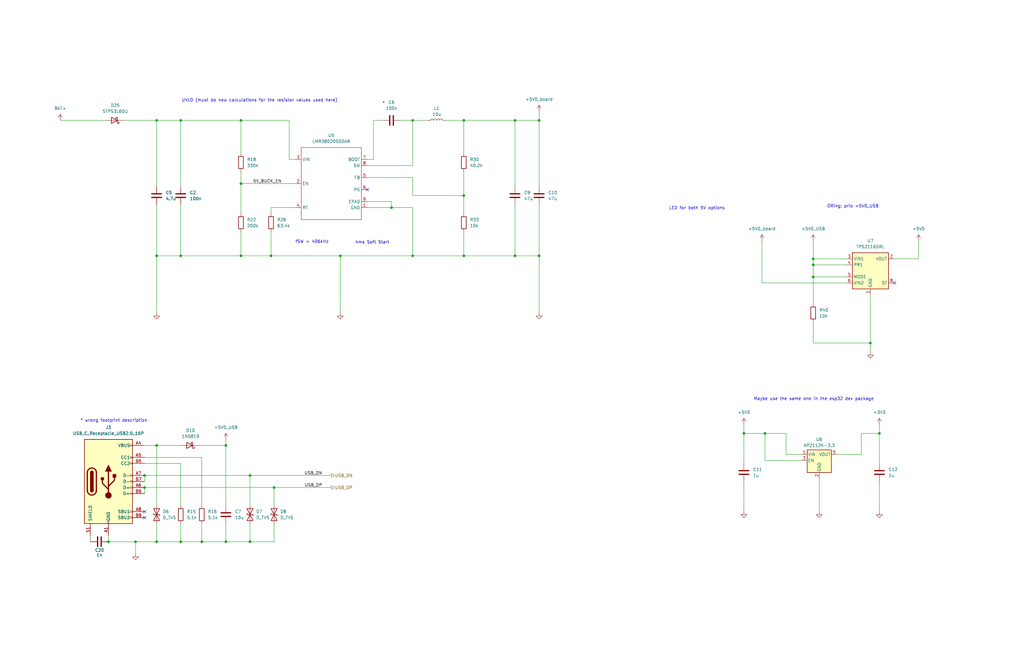
<source format=kicad_sch>
(kicad_sch
	(version 20250114)
	(generator "eeschema")
	(generator_version "9.0")
	(uuid "9f438d2a-fbd2-49bf-bcb3-9e89853a7bfb")
	(paper "B")
	(title_block
		(date "2025-04-14")
		(rev "R2.0.0")
	)
	(lib_symbols
		(symbol "Connector:USB_C_Receptacle_USB2.0_16P"
			(pin_names
				(offset 1.016)
			)
			(exclude_from_sim no)
			(in_bom yes)
			(on_board yes)
			(property "Reference" "J"
				(at 0 22.225 0)
				(effects
					(font
						(size 1.27 1.27)
					)
				)
			)
			(property "Value" "USB_C_Receptacle_USB2.0_16P"
				(at 0 19.685 0)
				(effects
					(font
						(size 1.27 1.27)
					)
				)
			)
			(property "Footprint" ""
				(at 3.81 0 0)
				(effects
					(font
						(size 1.27 1.27)
					)
					(hide yes)
				)
			)
			(property "Datasheet" "https://www.usb.org/sites/default/files/documents/usb_type-c.zip"
				(at 3.81 0 0)
				(effects
					(font
						(size 1.27 1.27)
					)
					(hide yes)
				)
			)
			(property "Description" "USB 2.0-only 16P Type-C Receptacle connector"
				(at 0 0 0)
				(effects
					(font
						(size 1.27 1.27)
					)
					(hide yes)
				)
			)
			(property "ki_keywords" "usb universal serial bus type-C USB2.0"
				(at 0 0 0)
				(effects
					(font
						(size 1.27 1.27)
					)
					(hide yes)
				)
			)
			(property "ki_fp_filters" "USB*C*Receptacle*"
				(at 0 0 0)
				(effects
					(font
						(size 1.27 1.27)
					)
					(hide yes)
				)
			)
			(symbol "USB_C_Receptacle_USB2.0_16P_0_0"
				(rectangle
					(start -0.254 -17.78)
					(end 0.254 -16.764)
					(stroke
						(width 0)
						(type default)
					)
					(fill
						(type none)
					)
				)
				(rectangle
					(start 10.16 15.494)
					(end 9.144 14.986)
					(stroke
						(width 0)
						(type default)
					)
					(fill
						(type none)
					)
				)
				(rectangle
					(start 10.16 10.414)
					(end 9.144 9.906)
					(stroke
						(width 0)
						(type default)
					)
					(fill
						(type none)
					)
				)
				(rectangle
					(start 10.16 7.874)
					(end 9.144 7.366)
					(stroke
						(width 0)
						(type default)
					)
					(fill
						(type none)
					)
				)
				(rectangle
					(start 10.16 2.794)
					(end 9.144 2.286)
					(stroke
						(width 0)
						(type default)
					)
					(fill
						(type none)
					)
				)
				(rectangle
					(start 10.16 0.254)
					(end 9.144 -0.254)
					(stroke
						(width 0)
						(type default)
					)
					(fill
						(type none)
					)
				)
				(rectangle
					(start 10.16 -2.286)
					(end 9.144 -2.794)
					(stroke
						(width 0)
						(type default)
					)
					(fill
						(type none)
					)
				)
				(rectangle
					(start 10.16 -4.826)
					(end 9.144 -5.334)
					(stroke
						(width 0)
						(type default)
					)
					(fill
						(type none)
					)
				)
				(rectangle
					(start 10.16 -12.446)
					(end 9.144 -12.954)
					(stroke
						(width 0)
						(type default)
					)
					(fill
						(type none)
					)
				)
				(rectangle
					(start 10.16 -14.986)
					(end 9.144 -15.494)
					(stroke
						(width 0)
						(type default)
					)
					(fill
						(type none)
					)
				)
			)
			(symbol "USB_C_Receptacle_USB2.0_16P_0_1"
				(rectangle
					(start -10.16 17.78)
					(end 10.16 -17.78)
					(stroke
						(width 0.254)
						(type default)
					)
					(fill
						(type background)
					)
				)
				(polyline
					(pts
						(xy -8.89 -3.81) (xy -8.89 3.81)
					)
					(stroke
						(width 0.508)
						(type default)
					)
					(fill
						(type none)
					)
				)
				(rectangle
					(start -7.62 -3.81)
					(end -6.35 3.81)
					(stroke
						(width 0.254)
						(type default)
					)
					(fill
						(type outline)
					)
				)
				(arc
					(start -7.62 3.81)
					(mid -6.985 4.4423)
					(end -6.35 3.81)
					(stroke
						(width 0.254)
						(type default)
					)
					(fill
						(type none)
					)
				)
				(arc
					(start -7.62 3.81)
					(mid -6.985 4.4423)
					(end -6.35 3.81)
					(stroke
						(width 0.254)
						(type default)
					)
					(fill
						(type outline)
					)
				)
				(arc
					(start -8.89 3.81)
					(mid -6.985 5.7067)
					(end -5.08 3.81)
					(stroke
						(width 0.508)
						(type default)
					)
					(fill
						(type none)
					)
				)
				(arc
					(start -5.08 -3.81)
					(mid -6.985 -5.7067)
					(end -8.89 -3.81)
					(stroke
						(width 0.508)
						(type default)
					)
					(fill
						(type none)
					)
				)
				(arc
					(start -6.35 -3.81)
					(mid -6.985 -4.4423)
					(end -7.62 -3.81)
					(stroke
						(width 0.254)
						(type default)
					)
					(fill
						(type none)
					)
				)
				(arc
					(start -6.35 -3.81)
					(mid -6.985 -4.4423)
					(end -7.62 -3.81)
					(stroke
						(width 0.254)
						(type default)
					)
					(fill
						(type outline)
					)
				)
				(polyline
					(pts
						(xy -5.08 3.81) (xy -5.08 -3.81)
					)
					(stroke
						(width 0.508)
						(type default)
					)
					(fill
						(type none)
					)
				)
				(circle
					(center -2.54 1.143)
					(radius 0.635)
					(stroke
						(width 0.254)
						(type default)
					)
					(fill
						(type outline)
					)
				)
				(polyline
					(pts
						(xy -1.27 4.318) (xy 0 6.858) (xy 1.27 4.318) (xy -1.27 4.318)
					)
					(stroke
						(width 0.254)
						(type default)
					)
					(fill
						(type outline)
					)
				)
				(polyline
					(pts
						(xy 0 -2.032) (xy 2.54 0.508) (xy 2.54 1.778)
					)
					(stroke
						(width 0.508)
						(type default)
					)
					(fill
						(type none)
					)
				)
				(polyline
					(pts
						(xy 0 -3.302) (xy -2.54 -0.762) (xy -2.54 0.508)
					)
					(stroke
						(width 0.508)
						(type default)
					)
					(fill
						(type none)
					)
				)
				(polyline
					(pts
						(xy 0 -5.842) (xy 0 4.318)
					)
					(stroke
						(width 0.508)
						(type default)
					)
					(fill
						(type none)
					)
				)
				(circle
					(center 0 -5.842)
					(radius 1.27)
					(stroke
						(width 0)
						(type default)
					)
					(fill
						(type outline)
					)
				)
				(rectangle
					(start 1.905 1.778)
					(end 3.175 3.048)
					(stroke
						(width 0.254)
						(type default)
					)
					(fill
						(type outline)
					)
				)
			)
			(symbol "USB_C_Receptacle_USB2.0_16P_1_1"
				(pin passive line
					(at -7.62 -22.86 90)
					(length 5.08)
					(name "SHIELD"
						(effects
							(font
								(size 1.27 1.27)
							)
						)
					)
					(number "S1"
						(effects
							(font
								(size 1.27 1.27)
							)
						)
					)
				)
				(pin passive line
					(at 0 -22.86 90)
					(length 5.08)
					(name "GND"
						(effects
							(font
								(size 1.27 1.27)
							)
						)
					)
					(number "A1"
						(effects
							(font
								(size 1.27 1.27)
							)
						)
					)
				)
				(pin passive line
					(at 0 -22.86 90)
					(length 5.08)
					(hide yes)
					(name "GND"
						(effects
							(font
								(size 1.27 1.27)
							)
						)
					)
					(number "A12"
						(effects
							(font
								(size 1.27 1.27)
							)
						)
					)
				)
				(pin passive line
					(at 0 -22.86 90)
					(length 5.08)
					(hide yes)
					(name "GND"
						(effects
							(font
								(size 1.27 1.27)
							)
						)
					)
					(number "B1"
						(effects
							(font
								(size 1.27 1.27)
							)
						)
					)
				)
				(pin passive line
					(at 0 -22.86 90)
					(length 5.08)
					(hide yes)
					(name "GND"
						(effects
							(font
								(size 1.27 1.27)
							)
						)
					)
					(number "B12"
						(effects
							(font
								(size 1.27 1.27)
							)
						)
					)
				)
				(pin passive line
					(at 15.24 15.24 180)
					(length 5.08)
					(name "VBUS"
						(effects
							(font
								(size 1.27 1.27)
							)
						)
					)
					(number "A4"
						(effects
							(font
								(size 1.27 1.27)
							)
						)
					)
				)
				(pin passive line
					(at 15.24 15.24 180)
					(length 5.08)
					(hide yes)
					(name "VBUS"
						(effects
							(font
								(size 1.27 1.27)
							)
						)
					)
					(number "A9"
						(effects
							(font
								(size 1.27 1.27)
							)
						)
					)
				)
				(pin passive line
					(at 15.24 15.24 180)
					(length 5.08)
					(hide yes)
					(name "VBUS"
						(effects
							(font
								(size 1.27 1.27)
							)
						)
					)
					(number "B4"
						(effects
							(font
								(size 1.27 1.27)
							)
						)
					)
				)
				(pin passive line
					(at 15.24 15.24 180)
					(length 5.08)
					(hide yes)
					(name "VBUS"
						(effects
							(font
								(size 1.27 1.27)
							)
						)
					)
					(number "B9"
						(effects
							(font
								(size 1.27 1.27)
							)
						)
					)
				)
				(pin bidirectional line
					(at 15.24 10.16 180)
					(length 5.08)
					(name "CC1"
						(effects
							(font
								(size 1.27 1.27)
							)
						)
					)
					(number "A5"
						(effects
							(font
								(size 1.27 1.27)
							)
						)
					)
				)
				(pin bidirectional line
					(at 15.24 7.62 180)
					(length 5.08)
					(name "CC2"
						(effects
							(font
								(size 1.27 1.27)
							)
						)
					)
					(number "B5"
						(effects
							(font
								(size 1.27 1.27)
							)
						)
					)
				)
				(pin bidirectional line
					(at 15.24 2.54 180)
					(length 5.08)
					(name "D-"
						(effects
							(font
								(size 1.27 1.27)
							)
						)
					)
					(number "A7"
						(effects
							(font
								(size 1.27 1.27)
							)
						)
					)
				)
				(pin bidirectional line
					(at 15.24 0 180)
					(length 5.08)
					(name "D-"
						(effects
							(font
								(size 1.27 1.27)
							)
						)
					)
					(number "B7"
						(effects
							(font
								(size 1.27 1.27)
							)
						)
					)
				)
				(pin bidirectional line
					(at 15.24 -2.54 180)
					(length 5.08)
					(name "D+"
						(effects
							(font
								(size 1.27 1.27)
							)
						)
					)
					(number "A6"
						(effects
							(font
								(size 1.27 1.27)
							)
						)
					)
				)
				(pin bidirectional line
					(at 15.24 -5.08 180)
					(length 5.08)
					(name "D+"
						(effects
							(font
								(size 1.27 1.27)
							)
						)
					)
					(number "B6"
						(effects
							(font
								(size 1.27 1.27)
							)
						)
					)
				)
				(pin bidirectional line
					(at 15.24 -12.7 180)
					(length 5.08)
					(name "SBU1"
						(effects
							(font
								(size 1.27 1.27)
							)
						)
					)
					(number "A8"
						(effects
							(font
								(size 1.27 1.27)
							)
						)
					)
				)
				(pin bidirectional line
					(at 15.24 -15.24 180)
					(length 5.08)
					(name "SBU2"
						(effects
							(font
								(size 1.27 1.27)
							)
						)
					)
					(number "B8"
						(effects
							(font
								(size 1.27 1.27)
							)
						)
					)
				)
			)
			(embedded_fonts no)
		)
		(symbol "Device:C"
			(pin_numbers
				(hide yes)
			)
			(pin_names
				(offset 0.254)
			)
			(exclude_from_sim no)
			(in_bom yes)
			(on_board yes)
			(property "Reference" "C"
				(at 0.635 2.54 0)
				(effects
					(font
						(size 1.27 1.27)
					)
					(justify left)
				)
			)
			(property "Value" "C"
				(at 0.635 -2.54 0)
				(effects
					(font
						(size 1.27 1.27)
					)
					(justify left)
				)
			)
			(property "Footprint" ""
				(at 0.9652 -3.81 0)
				(effects
					(font
						(size 1.27 1.27)
					)
					(hide yes)
				)
			)
			(property "Datasheet" "~"
				(at 0 0 0)
				(effects
					(font
						(size 1.27 1.27)
					)
					(hide yes)
				)
			)
			(property "Description" "Unpolarized capacitor"
				(at 0 0 0)
				(effects
					(font
						(size 1.27 1.27)
					)
					(hide yes)
				)
			)
			(property "ki_keywords" "cap capacitor"
				(at 0 0 0)
				(effects
					(font
						(size 1.27 1.27)
					)
					(hide yes)
				)
			)
			(property "ki_fp_filters" "C_*"
				(at 0 0 0)
				(effects
					(font
						(size 1.27 1.27)
					)
					(hide yes)
				)
			)
			(symbol "C_0_1"
				(polyline
					(pts
						(xy -2.032 0.762) (xy 2.032 0.762)
					)
					(stroke
						(width 0.508)
						(type default)
					)
					(fill
						(type none)
					)
				)
				(polyline
					(pts
						(xy -2.032 -0.762) (xy 2.032 -0.762)
					)
					(stroke
						(width 0.508)
						(type default)
					)
					(fill
						(type none)
					)
				)
			)
			(symbol "C_1_1"
				(pin passive line
					(at 0 3.81 270)
					(length 2.794)
					(name "~"
						(effects
							(font
								(size 1.27 1.27)
							)
						)
					)
					(number "1"
						(effects
							(font
								(size 1.27 1.27)
							)
						)
					)
				)
				(pin passive line
					(at 0 -3.81 90)
					(length 2.794)
					(name "~"
						(effects
							(font
								(size 1.27 1.27)
							)
						)
					)
					(number "2"
						(effects
							(font
								(size 1.27 1.27)
							)
						)
					)
				)
			)
			(embedded_fonts no)
		)
		(symbol "Device:D_Schottky"
			(pin_numbers
				(hide yes)
			)
			(pin_names
				(offset 1.016)
				(hide yes)
			)
			(exclude_from_sim no)
			(in_bom yes)
			(on_board yes)
			(property "Reference" "D"
				(at 0 2.54 0)
				(effects
					(font
						(size 1.27 1.27)
					)
				)
			)
			(property "Value" "D_Schottky"
				(at 0 -2.54 0)
				(effects
					(font
						(size 1.27 1.27)
					)
				)
			)
			(property "Footprint" ""
				(at 0 0 0)
				(effects
					(font
						(size 1.27 1.27)
					)
					(hide yes)
				)
			)
			(property "Datasheet" "~"
				(at 0 0 0)
				(effects
					(font
						(size 1.27 1.27)
					)
					(hide yes)
				)
			)
			(property "Description" "Schottky diode"
				(at 0 0 0)
				(effects
					(font
						(size 1.27 1.27)
					)
					(hide yes)
				)
			)
			(property "ki_keywords" "diode Schottky"
				(at 0 0 0)
				(effects
					(font
						(size 1.27 1.27)
					)
					(hide yes)
				)
			)
			(property "ki_fp_filters" "TO-???* *_Diode_* *SingleDiode* D_*"
				(at 0 0 0)
				(effects
					(font
						(size 1.27 1.27)
					)
					(hide yes)
				)
			)
			(symbol "D_Schottky_0_1"
				(polyline
					(pts
						(xy -1.905 0.635) (xy -1.905 1.27) (xy -1.27 1.27) (xy -1.27 -1.27) (xy -0.635 -1.27) (xy -0.635 -0.635)
					)
					(stroke
						(width 0.254)
						(type default)
					)
					(fill
						(type none)
					)
				)
				(polyline
					(pts
						(xy 1.27 1.27) (xy 1.27 -1.27) (xy -1.27 0) (xy 1.27 1.27)
					)
					(stroke
						(width 0.254)
						(type default)
					)
					(fill
						(type none)
					)
				)
				(polyline
					(pts
						(xy 1.27 0) (xy -1.27 0)
					)
					(stroke
						(width 0)
						(type default)
					)
					(fill
						(type none)
					)
				)
			)
			(symbol "D_Schottky_1_1"
				(pin passive line
					(at -3.81 0 0)
					(length 2.54)
					(name "K"
						(effects
							(font
								(size 1.27 1.27)
							)
						)
					)
					(number "1"
						(effects
							(font
								(size 1.27 1.27)
							)
						)
					)
				)
				(pin passive line
					(at 3.81 0 180)
					(length 2.54)
					(name "A"
						(effects
							(font
								(size 1.27 1.27)
							)
						)
					)
					(number "2"
						(effects
							(font
								(size 1.27 1.27)
							)
						)
					)
				)
			)
			(embedded_fonts no)
		)
		(symbol "Device:D_TVS"
			(pin_numbers
				(hide yes)
			)
			(pin_names
				(offset 1.016)
				(hide yes)
			)
			(exclude_from_sim no)
			(in_bom yes)
			(on_board yes)
			(property "Reference" "D"
				(at 0 2.54 0)
				(effects
					(font
						(size 1.27 1.27)
					)
				)
			)
			(property "Value" "D_TVS"
				(at 0 -2.54 0)
				(effects
					(font
						(size 1.27 1.27)
					)
				)
			)
			(property "Footprint" ""
				(at 0 0 0)
				(effects
					(font
						(size 1.27 1.27)
					)
					(hide yes)
				)
			)
			(property "Datasheet" "~"
				(at 0 0 0)
				(effects
					(font
						(size 1.27 1.27)
					)
					(hide yes)
				)
			)
			(property "Description" "Bidirectional transient-voltage-suppression diode"
				(at 0 0 0)
				(effects
					(font
						(size 1.27 1.27)
					)
					(hide yes)
				)
			)
			(property "ki_keywords" "diode TVS thyrector"
				(at 0 0 0)
				(effects
					(font
						(size 1.27 1.27)
					)
					(hide yes)
				)
			)
			(property "ki_fp_filters" "TO-???* *_Diode_* *SingleDiode* D_*"
				(at 0 0 0)
				(effects
					(font
						(size 1.27 1.27)
					)
					(hide yes)
				)
			)
			(symbol "D_TVS_0_1"
				(polyline
					(pts
						(xy -2.54 1.27) (xy -2.54 -1.27) (xy 2.54 1.27) (xy 2.54 -1.27) (xy -2.54 1.27)
					)
					(stroke
						(width 0.254)
						(type default)
					)
					(fill
						(type none)
					)
				)
				(polyline
					(pts
						(xy 0.508 1.27) (xy 0 1.27) (xy 0 -1.27) (xy -0.508 -1.27)
					)
					(stroke
						(width 0.254)
						(type default)
					)
					(fill
						(type none)
					)
				)
				(polyline
					(pts
						(xy 1.27 0) (xy -1.27 0)
					)
					(stroke
						(width 0)
						(type default)
					)
					(fill
						(type none)
					)
				)
			)
			(symbol "D_TVS_1_1"
				(pin passive line
					(at -3.81 0 0)
					(length 2.54)
					(name "A1"
						(effects
							(font
								(size 1.27 1.27)
							)
						)
					)
					(number "1"
						(effects
							(font
								(size 1.27 1.27)
							)
						)
					)
				)
				(pin passive line
					(at 3.81 0 180)
					(length 2.54)
					(name "A2"
						(effects
							(font
								(size 1.27 1.27)
							)
						)
					)
					(number "2"
						(effects
							(font
								(size 1.27 1.27)
							)
						)
					)
				)
			)
			(embedded_fonts no)
		)
		(symbol "Device:L"
			(pin_numbers
				(hide yes)
			)
			(pin_names
				(offset 1.016)
				(hide yes)
			)
			(exclude_from_sim no)
			(in_bom yes)
			(on_board yes)
			(property "Reference" "L"
				(at -1.27 0 90)
				(effects
					(font
						(size 1.27 1.27)
					)
				)
			)
			(property "Value" "L"
				(at 1.905 0 90)
				(effects
					(font
						(size 1.27 1.27)
					)
				)
			)
			(property "Footprint" ""
				(at 0 0 0)
				(effects
					(font
						(size 1.27 1.27)
					)
					(hide yes)
				)
			)
			(property "Datasheet" "~"
				(at 0 0 0)
				(effects
					(font
						(size 1.27 1.27)
					)
					(hide yes)
				)
			)
			(property "Description" "Inductor"
				(at 0 0 0)
				(effects
					(font
						(size 1.27 1.27)
					)
					(hide yes)
				)
			)
			(property "ki_keywords" "inductor choke coil reactor magnetic"
				(at 0 0 0)
				(effects
					(font
						(size 1.27 1.27)
					)
					(hide yes)
				)
			)
			(property "ki_fp_filters" "Choke_* *Coil* Inductor_* L_*"
				(at 0 0 0)
				(effects
					(font
						(size 1.27 1.27)
					)
					(hide yes)
				)
			)
			(symbol "L_0_1"
				(arc
					(start 0 2.54)
					(mid 0.6323 1.905)
					(end 0 1.27)
					(stroke
						(width 0)
						(type default)
					)
					(fill
						(type none)
					)
				)
				(arc
					(start 0 1.27)
					(mid 0.6323 0.635)
					(end 0 0)
					(stroke
						(width 0)
						(type default)
					)
					(fill
						(type none)
					)
				)
				(arc
					(start 0 0)
					(mid 0.6323 -0.635)
					(end 0 -1.27)
					(stroke
						(width 0)
						(type default)
					)
					(fill
						(type none)
					)
				)
				(arc
					(start 0 -1.27)
					(mid 0.6323 -1.905)
					(end 0 -2.54)
					(stroke
						(width 0)
						(type default)
					)
					(fill
						(type none)
					)
				)
			)
			(symbol "L_1_1"
				(pin passive line
					(at 0 3.81 270)
					(length 1.27)
					(name "1"
						(effects
							(font
								(size 1.27 1.27)
							)
						)
					)
					(number "1"
						(effects
							(font
								(size 1.27 1.27)
							)
						)
					)
				)
				(pin passive line
					(at 0 -3.81 90)
					(length 1.27)
					(name "2"
						(effects
							(font
								(size 1.27 1.27)
							)
						)
					)
					(number "2"
						(effects
							(font
								(size 1.27 1.27)
							)
						)
					)
				)
			)
			(embedded_fonts no)
		)
		(symbol "Device:R"
			(pin_numbers
				(hide yes)
			)
			(pin_names
				(offset 0)
			)
			(exclude_from_sim no)
			(in_bom yes)
			(on_board yes)
			(property "Reference" "R"
				(at 2.032 0 90)
				(effects
					(font
						(size 1.27 1.27)
					)
				)
			)
			(property "Value" "R"
				(at 0 0 90)
				(effects
					(font
						(size 1.27 1.27)
					)
				)
			)
			(property "Footprint" ""
				(at -1.778 0 90)
				(effects
					(font
						(size 1.27 1.27)
					)
					(hide yes)
				)
			)
			(property "Datasheet" "~"
				(at 0 0 0)
				(effects
					(font
						(size 1.27 1.27)
					)
					(hide yes)
				)
			)
			(property "Description" "Resistor"
				(at 0 0 0)
				(effects
					(font
						(size 1.27 1.27)
					)
					(hide yes)
				)
			)
			(property "ki_keywords" "R res resistor"
				(at 0 0 0)
				(effects
					(font
						(size 1.27 1.27)
					)
					(hide yes)
				)
			)
			(property "ki_fp_filters" "R_*"
				(at 0 0 0)
				(effects
					(font
						(size 1.27 1.27)
					)
					(hide yes)
				)
			)
			(symbol "R_0_1"
				(rectangle
					(start -1.016 -2.54)
					(end 1.016 2.54)
					(stroke
						(width 0.254)
						(type default)
					)
					(fill
						(type none)
					)
				)
			)
			(symbol "R_1_1"
				(pin passive line
					(at 0 3.81 270)
					(length 1.27)
					(name "~"
						(effects
							(font
								(size 1.27 1.27)
							)
						)
					)
					(number "1"
						(effects
							(font
								(size 1.27 1.27)
							)
						)
					)
				)
				(pin passive line
					(at 0 -3.81 90)
					(length 1.27)
					(name "~"
						(effects
							(font
								(size 1.27 1.27)
							)
						)
					)
					(number "2"
						(effects
							(font
								(size 1.27 1.27)
							)
						)
					)
				)
			)
			(embedded_fonts no)
		)
		(symbol "Diode:1N5819"
			(pin_numbers
				(hide yes)
			)
			(pin_names
				(offset 1.016)
				(hide yes)
			)
			(exclude_from_sim no)
			(in_bom yes)
			(on_board yes)
			(property "Reference" "D"
				(at 0 2.54 0)
				(effects
					(font
						(size 1.27 1.27)
					)
				)
			)
			(property "Value" "1N5819"
				(at 0 -2.54 0)
				(effects
					(font
						(size 1.27 1.27)
					)
				)
			)
			(property "Footprint" "Diode_THT:D_DO-41_SOD81_P10.16mm_Horizontal"
				(at 0 -4.445 0)
				(effects
					(font
						(size 1.27 1.27)
					)
					(hide yes)
				)
			)
			(property "Datasheet" "http://www.vishay.com/docs/88525/1n5817.pdf"
				(at 0 0 0)
				(effects
					(font
						(size 1.27 1.27)
					)
					(hide yes)
				)
			)
			(property "Description" "40V 1A Schottky Barrier Rectifier Diode, DO-41"
				(at 0 0 0)
				(effects
					(font
						(size 1.27 1.27)
					)
					(hide yes)
				)
			)
			(property "ki_keywords" "diode Schottky"
				(at 0 0 0)
				(effects
					(font
						(size 1.27 1.27)
					)
					(hide yes)
				)
			)
			(property "ki_fp_filters" "D*DO?41*"
				(at 0 0 0)
				(effects
					(font
						(size 1.27 1.27)
					)
					(hide yes)
				)
			)
			(symbol "1N5819_0_1"
				(polyline
					(pts
						(xy -1.905 0.635) (xy -1.905 1.27) (xy -1.27 1.27) (xy -1.27 -1.27) (xy -0.635 -1.27) (xy -0.635 -0.635)
					)
					(stroke
						(width 0.254)
						(type default)
					)
					(fill
						(type none)
					)
				)
				(polyline
					(pts
						(xy 1.27 1.27) (xy 1.27 -1.27) (xy -1.27 0) (xy 1.27 1.27)
					)
					(stroke
						(width 0.254)
						(type default)
					)
					(fill
						(type none)
					)
				)
				(polyline
					(pts
						(xy 1.27 0) (xy -1.27 0)
					)
					(stroke
						(width 0)
						(type default)
					)
					(fill
						(type none)
					)
				)
			)
			(symbol "1N5819_1_1"
				(pin passive line
					(at -3.81 0 0)
					(length 2.54)
					(name "K"
						(effects
							(font
								(size 1.27 1.27)
							)
						)
					)
					(number "1"
						(effects
							(font
								(size 1.27 1.27)
							)
						)
					)
				)
				(pin passive line
					(at 3.81 0 180)
					(length 2.54)
					(name "A"
						(effects
							(font
								(size 1.27 1.27)
							)
						)
					)
					(number "2"
						(effects
							(font
								(size 1.27 1.27)
							)
						)
					)
				)
			)
			(embedded_fonts no)
		)
		(symbol "Power_Management:TPS2116DRL"
			(exclude_from_sim no)
			(in_bom yes)
			(on_board yes)
			(property "Reference" "U"
				(at -7.874 9.144 0)
				(effects
					(font
						(size 1.27 1.27)
					)
					(justify left)
				)
			)
			(property "Value" "TPS2116DRL"
				(at 0.508 -8.89 0)
				(effects
					(font
						(size 1.27 1.27)
					)
					(justify left)
				)
			)
			(property "Footprint" "Package_TO_SOT_SMD:SOT-583-8"
				(at 0 -22.352 0)
				(effects
					(font
						(size 1.27 1.27)
					)
					(hide yes)
				)
			)
			(property "Datasheet" "https://www.ti.com/lit/ds/symlink/tps2116.pdf"
				(at 0 1.27 0)
				(effects
					(font
						(size 1.27 1.27)
					)
					(hide yes)
				)
			)
			(property "Description" "2 Channnels Power Mux with Manual and Priority Switchover, 1.6-5.5V Input Voltage, 2.5A Output Current, Ron 40 mOhm, SOT-583-8"
				(at 0 -1.016 0)
				(effects
					(font
						(size 1.27 1.27)
					)
					(hide yes)
				)
			)
			(property "ki_keywords" "Texas-Instruments power-mux switchover"
				(at 0 0 0)
				(effects
					(font
						(size 1.27 1.27)
					)
					(hide yes)
				)
			)
			(property "ki_fp_filters" "SOT?5?3*"
				(at 0 0 0)
				(effects
					(font
						(size 1.27 1.27)
					)
					(hide yes)
				)
			)
			(symbol "TPS2116DRL_0_1"
				(rectangle
					(start -7.62 7.62)
					(end 7.62 -7.62)
					(stroke
						(width 0.254)
						(type default)
					)
					(fill
						(type background)
					)
				)
			)
			(symbol "TPS2116DRL_1_0"
				(pin power_out line
					(at 10.16 5.08 180)
					(length 2.54)
					(hide yes)
					(name "VOUT"
						(effects
							(font
								(size 1.27 1.27)
							)
						)
					)
					(number "7"
						(effects
							(font
								(size 1.27 1.27)
							)
						)
					)
				)
			)
			(symbol "TPS2116DRL_1_1"
				(pin power_in line
					(at -10.16 5.08 0)
					(length 2.54)
					(name "VIN1"
						(effects
							(font
								(size 1.27 1.27)
							)
						)
					)
					(number "3"
						(effects
							(font
								(size 1.27 1.27)
							)
						)
					)
				)
				(pin input line
					(at -10.16 2.54 0)
					(length 2.54)
					(name "PR1"
						(effects
							(font
								(size 1.27 1.27)
							)
						)
					)
					(number "4"
						(effects
							(font
								(size 1.27 1.27)
							)
						)
					)
				)
				(pin input line
					(at -10.16 -2.54 0)
					(length 2.54)
					(name "MODE"
						(effects
							(font
								(size 1.27 1.27)
							)
						)
					)
					(number "5"
						(effects
							(font
								(size 1.27 1.27)
							)
						)
					)
				)
				(pin power_in line
					(at -10.16 -5.08 0)
					(length 2.54)
					(name "VIN2"
						(effects
							(font
								(size 1.27 1.27)
							)
						)
					)
					(number "6"
						(effects
							(font
								(size 1.27 1.27)
							)
						)
					)
				)
				(pin power_in line
					(at 0 -10.16 90)
					(length 2.54)
					(name "GND"
						(effects
							(font
								(size 1.27 1.27)
							)
						)
					)
					(number "1"
						(effects
							(font
								(size 1.27 1.27)
							)
						)
					)
				)
				(pin power_out line
					(at 10.16 5.08 180)
					(length 2.54)
					(name "VOUT"
						(effects
							(font
								(size 1.27 1.27)
							)
						)
					)
					(number "2"
						(effects
							(font
								(size 1.27 1.27)
							)
						)
					)
				)
				(pin open_collector line
					(at 10.16 -5.08 180)
					(length 2.54)
					(name "ST"
						(effects
							(font
								(size 1.27 1.27)
							)
						)
					)
					(number "8"
						(effects
							(font
								(size 1.27 1.27)
							)
						)
					)
				)
			)
			(embedded_fonts no)
		)
		(symbol "Regulator_Linear:AP2112K-3.3"
			(pin_names
				(offset 0.254)
			)
			(exclude_from_sim no)
			(in_bom yes)
			(on_board yes)
			(property "Reference" "U"
				(at -5.08 5.715 0)
				(effects
					(font
						(size 1.27 1.27)
					)
					(justify left)
				)
			)
			(property "Value" "AP2112K-3.3"
				(at 0 5.715 0)
				(effects
					(font
						(size 1.27 1.27)
					)
					(justify left)
				)
			)
			(property "Footprint" "Package_TO_SOT_SMD:SOT-23-5"
				(at 0 8.255 0)
				(effects
					(font
						(size 1.27 1.27)
					)
					(hide yes)
				)
			)
			(property "Datasheet" "https://www.diodes.com/assets/Datasheets/AP2112.pdf"
				(at 0 2.54 0)
				(effects
					(font
						(size 1.27 1.27)
					)
					(hide yes)
				)
			)
			(property "Description" "600mA low dropout linear regulator, with enable pin, 3.8V-6V input voltage range, 3.3V fixed positive output, SOT-23-5"
				(at 0 0 0)
				(effects
					(font
						(size 1.27 1.27)
					)
					(hide yes)
				)
			)
			(property "ki_keywords" "linear regulator ldo fixed positive"
				(at 0 0 0)
				(effects
					(font
						(size 1.27 1.27)
					)
					(hide yes)
				)
			)
			(property "ki_fp_filters" "SOT?23?5*"
				(at 0 0 0)
				(effects
					(font
						(size 1.27 1.27)
					)
					(hide yes)
				)
			)
			(symbol "AP2112K-3.3_0_1"
				(rectangle
					(start -5.08 4.445)
					(end 5.08 -5.08)
					(stroke
						(width 0.254)
						(type default)
					)
					(fill
						(type background)
					)
				)
			)
			(symbol "AP2112K-3.3_1_1"
				(pin power_in line
					(at -7.62 2.54 0)
					(length 2.54)
					(name "VIN"
						(effects
							(font
								(size 1.27 1.27)
							)
						)
					)
					(number "1"
						(effects
							(font
								(size 1.27 1.27)
							)
						)
					)
				)
				(pin input line
					(at -7.62 0 0)
					(length 2.54)
					(name "EN"
						(effects
							(font
								(size 1.27 1.27)
							)
						)
					)
					(number "3"
						(effects
							(font
								(size 1.27 1.27)
							)
						)
					)
				)
				(pin power_in line
					(at 0 -7.62 90)
					(length 2.54)
					(name "GND"
						(effects
							(font
								(size 1.27 1.27)
							)
						)
					)
					(number "2"
						(effects
							(font
								(size 1.27 1.27)
							)
						)
					)
				)
				(pin no_connect line
					(at 5.08 0 180)
					(length 2.54)
					(hide yes)
					(name "NC"
						(effects
							(font
								(size 1.27 1.27)
							)
						)
					)
					(number "4"
						(effects
							(font
								(size 1.27 1.27)
							)
						)
					)
				)
				(pin power_out line
					(at 7.62 2.54 180)
					(length 2.54)
					(name "VOUT"
						(effects
							(font
								(size 1.27 1.27)
							)
						)
					)
					(number "5"
						(effects
							(font
								(size 1.27 1.27)
							)
						)
					)
				)
			)
			(embedded_fonts no)
		)
		(symbol "custom_symbols:LMR38020SDDAR"
			(exclude_from_sim no)
			(in_bom yes)
			(on_board yes)
			(property "Reference" "U"
				(at 0 0 0)
				(effects
					(font
						(size 1.27 1.27)
					)
				)
			)
			(property "Value" "LMR38020SDDAR"
				(at 0 0 0)
				(effects
					(font
						(size 1.27 1.27)
					)
				)
			)
			(property "Footprint" ""
				(at 0 0 0)
				(effects
					(font
						(size 1.27 1.27)
					)
					(hide yes)
				)
			)
			(property "Datasheet" ""
				(at 0 0 0)
				(effects
					(font
						(size 1.27 1.27)
					)
					(hide yes)
				)
			)
			(property "Description" "4.2-V to 80-V, 2-A, 200KHz to 2.2MHz Synchronous Regulator"
				(at 0 0 0)
				(effects
					(font
						(size 1.27 1.27)
					)
					(hide yes)
				)
			)
			(symbol "LMR38020SDDAR_0_1"
				(rectangle
					(start 2.54 5.08)
					(end 27.94 -25.4)
					(stroke
						(width 0)
						(type default)
					)
					(fill
						(type none)
					)
				)
			)
			(symbol "LMR38020SDDAR_1_1"
				(pin power_in line
					(at 0 0 0)
					(length 2.54)
					(name "VIN"
						(effects
							(font
								(size 1.27 1.27)
							)
						)
					)
					(number "3"
						(effects
							(font
								(size 1.27 1.27)
							)
						)
					)
				)
				(pin input line
					(at 0 -10.16 0)
					(length 2.54)
					(name "EN"
						(effects
							(font
								(size 1.27 1.27)
							)
						)
					)
					(number "2"
						(effects
							(font
								(size 1.27 1.27)
							)
						)
					)
				)
				(pin passive line
					(at 0 -20.32 0)
					(length 2.54)
					(name "RT"
						(effects
							(font
								(size 1.27 1.27)
							)
						)
					)
					(number "4"
						(effects
							(font
								(size 1.27 1.27)
							)
						)
					)
				)
				(pin passive line
					(at 30.48 0 180)
					(length 2.54)
					(name "BOOT"
						(effects
							(font
								(size 1.27 1.27)
							)
						)
					)
					(number "7"
						(effects
							(font
								(size 1.27 1.27)
							)
						)
					)
				)
				(pin passive line
					(at 30.48 -2.54 180)
					(length 2.54)
					(name "SW"
						(effects
							(font
								(size 1.27 1.27)
							)
						)
					)
					(number "8"
						(effects
							(font
								(size 1.27 1.27)
							)
						)
					)
				)
				(pin passive line
					(at 30.48 -7.62 180)
					(length 2.54)
					(name "FB"
						(effects
							(font
								(size 1.27 1.27)
							)
						)
					)
					(number "5"
						(effects
							(font
								(size 1.27 1.27)
							)
						)
					)
				)
				(pin passive line
					(at 30.48 -12.7 180)
					(length 2.54)
					(name "PG"
						(effects
							(font
								(size 1.27 1.27)
							)
						)
					)
					(number "6"
						(effects
							(font
								(size 1.27 1.27)
							)
						)
					)
				)
				(pin passive line
					(at 30.48 -17.78 180)
					(length 2.54)
					(name "EPAD"
						(effects
							(font
								(size 1.27 1.27)
							)
						)
					)
					(number "9"
						(effects
							(font
								(size 1.27 1.27)
							)
						)
					)
				)
				(pin power_in line
					(at 30.48 -20.32 180)
					(length 2.54)
					(name "GND"
						(effects
							(font
								(size 1.27 1.27)
							)
						)
					)
					(number "1"
						(effects
							(font
								(size 1.27 1.27)
							)
						)
					)
				)
			)
			(embedded_fonts no)
		)
		(symbol "power:+3V3"
			(power)
			(pin_numbers
				(hide yes)
			)
			(pin_names
				(offset 0)
				(hide yes)
			)
			(exclude_from_sim no)
			(in_bom yes)
			(on_board yes)
			(property "Reference" "#PWR"
				(at 0 -3.81 0)
				(effects
					(font
						(size 1.27 1.27)
					)
					(hide yes)
				)
			)
			(property "Value" "+3V3"
				(at 0 3.556 0)
				(effects
					(font
						(size 1.27 1.27)
					)
				)
			)
			(property "Footprint" ""
				(at 0 0 0)
				(effects
					(font
						(size 1.27 1.27)
					)
					(hide yes)
				)
			)
			(property "Datasheet" ""
				(at 0 0 0)
				(effects
					(font
						(size 1.27 1.27)
					)
					(hide yes)
				)
			)
			(property "Description" "Power symbol creates a global label with name \"+3V3\""
				(at 0 0 0)
				(effects
					(font
						(size 1.27 1.27)
					)
					(hide yes)
				)
			)
			(property "ki_keywords" "global power"
				(at 0 0 0)
				(effects
					(font
						(size 1.27 1.27)
					)
					(hide yes)
				)
			)
			(symbol "+3V3_0_1"
				(polyline
					(pts
						(xy -0.762 1.27) (xy 0 2.54)
					)
					(stroke
						(width 0)
						(type default)
					)
					(fill
						(type none)
					)
				)
				(polyline
					(pts
						(xy 0 2.54) (xy 0.762 1.27)
					)
					(stroke
						(width 0)
						(type default)
					)
					(fill
						(type none)
					)
				)
				(polyline
					(pts
						(xy 0 0) (xy 0 2.54)
					)
					(stroke
						(width 0)
						(type default)
					)
					(fill
						(type none)
					)
				)
			)
			(symbol "+3V3_1_1"
				(pin power_in line
					(at 0 0 90)
					(length 0)
					(name "~"
						(effects
							(font
								(size 1.27 1.27)
							)
						)
					)
					(number "1"
						(effects
							(font
								(size 1.27 1.27)
							)
						)
					)
				)
			)
			(embedded_fonts no)
		)
		(symbol "power:+5V"
			(power)
			(pin_numbers
				(hide yes)
			)
			(pin_names
				(offset 0)
				(hide yes)
			)
			(exclude_from_sim no)
			(in_bom yes)
			(on_board yes)
			(property "Reference" "#PWR"
				(at 0 -3.81 0)
				(effects
					(font
						(size 1.27 1.27)
					)
					(hide yes)
				)
			)
			(property "Value" "+5V"
				(at 0 3.556 0)
				(effects
					(font
						(size 1.27 1.27)
					)
				)
			)
			(property "Footprint" ""
				(at 0 0 0)
				(effects
					(font
						(size 1.27 1.27)
					)
					(hide yes)
				)
			)
			(property "Datasheet" ""
				(at 0 0 0)
				(effects
					(font
						(size 1.27 1.27)
					)
					(hide yes)
				)
			)
			(property "Description" "Power symbol creates a global label with name \"+5V\""
				(at 0 0 0)
				(effects
					(font
						(size 1.27 1.27)
					)
					(hide yes)
				)
			)
			(property "ki_keywords" "global power"
				(at 0 0 0)
				(effects
					(font
						(size 1.27 1.27)
					)
					(hide yes)
				)
			)
			(symbol "+5V_0_1"
				(polyline
					(pts
						(xy -0.762 1.27) (xy 0 2.54)
					)
					(stroke
						(width 0)
						(type default)
					)
					(fill
						(type none)
					)
				)
				(polyline
					(pts
						(xy 0 2.54) (xy 0.762 1.27)
					)
					(stroke
						(width 0)
						(type default)
					)
					(fill
						(type none)
					)
				)
				(polyline
					(pts
						(xy 0 0) (xy 0 2.54)
					)
					(stroke
						(width 0)
						(type default)
					)
					(fill
						(type none)
					)
				)
			)
			(symbol "+5V_1_1"
				(pin power_in line
					(at 0 0 90)
					(length 0)
					(name "~"
						(effects
							(font
								(size 1.27 1.27)
							)
						)
					)
					(number "1"
						(effects
							(font
								(size 1.27 1.27)
							)
						)
					)
				)
			)
			(embedded_fonts no)
		)
		(symbol "power:GND"
			(power)
			(pin_numbers
				(hide yes)
			)
			(pin_names
				(offset 0)
				(hide yes)
			)
			(exclude_from_sim no)
			(in_bom yes)
			(on_board yes)
			(property "Reference" "#PWR"
				(at 0 -6.35 0)
				(effects
					(font
						(size 1.27 1.27)
					)
					(hide yes)
				)
			)
			(property "Value" "GND"
				(at 0 -3.81 0)
				(effects
					(font
						(size 1.27 1.27)
					)
				)
			)
			(property "Footprint" ""
				(at 0 0 0)
				(effects
					(font
						(size 1.27 1.27)
					)
					(hide yes)
				)
			)
			(property "Datasheet" ""
				(at 0 0 0)
				(effects
					(font
						(size 1.27 1.27)
					)
					(hide yes)
				)
			)
			(property "Description" "Power symbol creates a global label with name \"GND\" , ground"
				(at 0 0 0)
				(effects
					(font
						(size 1.27 1.27)
					)
					(hide yes)
				)
			)
			(property "ki_keywords" "global power"
				(at 0 0 0)
				(effects
					(font
						(size 1.27 1.27)
					)
					(hide yes)
				)
			)
			(symbol "GND_0_1"
				(polyline
					(pts
						(xy 0 0) (xy 0 -1.27) (xy 1.27 -1.27) (xy 0 -2.54) (xy -1.27 -1.27) (xy 0 -1.27)
					)
					(stroke
						(width 0)
						(type default)
					)
					(fill
						(type none)
					)
				)
			)
			(symbol "GND_1_1"
				(pin power_in line
					(at 0 0 270)
					(length 0)
					(name "~"
						(effects
							(font
								(size 1.27 1.27)
							)
						)
					)
					(number "1"
						(effects
							(font
								(size 1.27 1.27)
							)
						)
					)
				)
			)
			(embedded_fonts no)
		)
	)
	(text "ORing; prio +5V0_USB\n"
		(exclude_from_sim no)
		(at 359.664 87.122 0)
		(effects
			(font
				(size 1.27 1.27)
			)
		)
		(uuid "0d8b59af-8f1c-4dd7-908f-04242405dec6")
	)
	(text "fSW = 406kHz"
		(exclude_from_sim no)
		(at 131.572 102.108 0)
		(effects
			(font
				(size 1.27 1.27)
			)
		)
		(uuid "135f491a-9aa0-4d22-aaa6-34e071fb31ca")
	)
	(text "*"
		(exclude_from_sim no)
		(at 161.798 43.688 0)
		(effects
			(font
				(size 1.27 1.27)
			)
		)
		(uuid "24578e79-9e41-4927-9e19-78971b517ca1")
	)
	(text "4ms Soft Start"
		(exclude_from_sim no)
		(at 156.972 102.362 0)
		(effects
			(font
				(size 1.27 1.27)
			)
		)
		(uuid "25eaf053-701d-4811-9d26-7e568c4f3b7a")
	)
	(text "UVLO (must do new calculations for the resistor values used here)"
		(exclude_from_sim no)
		(at 109.474 42.418 0)
		(effects
			(font
				(size 1.27 1.27)
			)
		)
		(uuid "8981acde-1ea1-4933-b847-68c3101d051c")
	)
	(text "Maybe use the same one in the esp32 dev package"
		(exclude_from_sim no)
		(at 343.154 168.402 0)
		(effects
			(font
				(size 1.27 1.27)
			)
		)
		(uuid "a7c6cf14-93c5-48f0-91be-4bc8aa7d0ab4")
	)
	(text "* wrong footprint description"
		(exclude_from_sim no)
		(at 48.006 177.546 0)
		(effects
			(font
				(size 1.27 1.27)
			)
		)
		(uuid "c6c5edf5-f207-40b9-969b-e431fdca1f26")
	)
	(text "LED for both 5V options "
		(exclude_from_sim no)
		(at 294.386 87.884 0)
		(effects
			(font
				(size 1.27 1.27)
			)
		)
		(uuid "f0484a7d-395f-4bef-8a2b-ffd54ba07075")
	)
	(junction
		(at 66.04 187.96)
		(diameter 0)
		(color 0 0 0 0)
		(uuid "0250314a-b877-4613-b6b6-4b1d73b532cb")
	)
	(junction
		(at 342.9 116.84)
		(diameter 0)
		(color 0 0 0 0)
		(uuid "0afb3722-ca72-4e8d-a0b6-42c83129d13b")
	)
	(junction
		(at 101.6 50.8)
		(diameter 0)
		(color 0 0 0 0)
		(uuid "0b12686d-eaff-4890-a68e-fb73b730842f")
	)
	(junction
		(at 95.25 228.6)
		(diameter 0)
		(color 0 0 0 0)
		(uuid "0dcf6166-8575-48e2-9aeb-565d670af22a")
	)
	(junction
		(at 173.99 50.8)
		(diameter 0)
		(color 0 0 0 0)
		(uuid "0ddf2940-adc7-466e-b6b1-046991f12c4e")
	)
	(junction
		(at 342.9 111.76)
		(diameter 0)
		(color 0 0 0 0)
		(uuid "0f9caf7e-4b58-4473-b7e5-44ebec0edd24")
	)
	(junction
		(at 227.33 107.95)
		(diameter 0)
		(color 0 0 0 0)
		(uuid "2d227202-0a1c-4905-889f-cc51b3d90092")
	)
	(junction
		(at 217.17 107.95)
		(diameter 0)
		(color 0 0 0 0)
		(uuid "309bf1e5-875f-478f-b6bd-8bcfa92a9ef5")
	)
	(junction
		(at 342.9 109.22)
		(diameter 0)
		(color 0 0 0 0)
		(uuid "31110f59-26fc-4015-bd35-223332ac96dd")
	)
	(junction
		(at 105.41 228.6)
		(diameter 0)
		(color 0 0 0 0)
		(uuid "34aaf3d7-6ac5-4a45-ba98-c41989efbf83")
	)
	(junction
		(at 114.3 107.95)
		(diameter 0)
		(color 0 0 0 0)
		(uuid "3d35a50a-e30c-4014-bb57-a492c89767c4")
	)
	(junction
		(at 195.58 82.55)
		(diameter 0)
		(color 0 0 0 0)
		(uuid "41c24273-5029-4348-b479-d6b6523c42df")
	)
	(junction
		(at 66.04 50.8)
		(diameter 0)
		(color 0 0 0 0)
		(uuid "47808c04-cedd-4284-aaaa-6d4b4f5acbd2")
	)
	(junction
		(at 105.41 200.66)
		(diameter 0)
		(color 0 0 0 0)
		(uuid "5934f2b5-a251-49b4-b986-4d1b3ad2cc4a")
	)
	(junction
		(at 115.57 205.74)
		(diameter 0)
		(color 0 0 0 0)
		(uuid "5e2ddde3-c9d5-4bce-8790-c326dfe34bc3")
	)
	(junction
		(at 313.69 182.88)
		(diameter 0)
		(color 0 0 0 0)
		(uuid "640aab61-7c2b-4195-86a8-d52a98b1a748")
	)
	(junction
		(at 101.6 77.47)
		(diameter 0)
		(color 0 0 0 0)
		(uuid "6b1a5728-06a0-48dc-917f-3c597279aa75")
	)
	(junction
		(at 143.51 107.95)
		(diameter 0)
		(color 0 0 0 0)
		(uuid "71587711-29b5-4991-9b5f-da672d24c414")
	)
	(junction
		(at 173.99 107.95)
		(diameter 0)
		(color 0 0 0 0)
		(uuid "84b963c3-6250-4fc6-9533-522fc67e7618")
	)
	(junction
		(at 322.58 182.88)
		(diameter 0)
		(color 0 0 0 0)
		(uuid "8c56cfd6-0959-4945-961d-44bde71c1002")
	)
	(junction
		(at 85.09 228.6)
		(diameter 0)
		(color 0 0 0 0)
		(uuid "9669bc12-7b50-485a-a449-20b34006f235")
	)
	(junction
		(at 76.2 107.95)
		(diameter 0)
		(color 0 0 0 0)
		(uuid "9fcd39e5-5234-4c86-ada4-05cd6c34fc6b")
	)
	(junction
		(at 195.58 50.8)
		(diameter 0)
		(color 0 0 0 0)
		(uuid "a4d41382-ef1c-40bc-860b-8d31b71a6a02")
	)
	(junction
		(at 76.2 50.8)
		(diameter 0)
		(color 0 0 0 0)
		(uuid "ad6f6e54-7366-402e-994d-1587c20d7419")
	)
	(junction
		(at 101.6 107.95)
		(diameter 0)
		(color 0 0 0 0)
		(uuid "b917e307-1558-495a-8205-74624bac38c8")
	)
	(junction
		(at 66.04 107.95)
		(diameter 0)
		(color 0 0 0 0)
		(uuid "c0e8ee38-fec4-40e7-8ae3-17851afa5127")
	)
	(junction
		(at 165.1 87.63)
		(diameter 0)
		(color 0 0 0 0)
		(uuid "c0fd4055-758e-4f9f-ad75-209ae2b9218b")
	)
	(junction
		(at 95.25 187.96)
		(diameter 0)
		(color 0 0 0 0)
		(uuid "c3be383d-7661-4d9a-9c8f-aefe5161a474")
	)
	(junction
		(at 45.72 228.6)
		(diameter 0)
		(color 0 0 0 0)
		(uuid "c433b9f8-72ec-4b31-b73f-574ffce604a6")
	)
	(junction
		(at 60.96 200.66)
		(diameter 0)
		(color 0 0 0 0)
		(uuid "d2737166-1f73-4405-a1f6-701585e57e7e")
	)
	(junction
		(at 195.58 107.95)
		(diameter 0)
		(color 0 0 0 0)
		(uuid "d5bbdd2c-e9bb-4a1f-a300-b36b516ba4a5")
	)
	(junction
		(at 60.96 205.74)
		(diameter 0)
		(color 0 0 0 0)
		(uuid "da417009-0bf2-47b5-92f5-fefb94b8dfc0")
	)
	(junction
		(at 57.15 228.6)
		(diameter 0)
		(color 0 0 0 0)
		(uuid "dc77f21f-8538-494b-b152-c697a756bd1c")
	)
	(junction
		(at 66.04 228.6)
		(diameter 0)
		(color 0 0 0 0)
		(uuid "e2854957-99c5-4a3e-9282-fa674e6681ef")
	)
	(junction
		(at 217.17 50.8)
		(diameter 0)
		(color 0 0 0 0)
		(uuid "e5f0a830-ef51-444d-bc77-40c697474503")
	)
	(junction
		(at 227.33 50.8)
		(diameter 0)
		(color 0 0 0 0)
		(uuid "ecb8fba3-124e-48f0-8441-96816210451b")
	)
	(junction
		(at 370.84 182.88)
		(diameter 0)
		(color 0 0 0 0)
		(uuid "eea8b469-f525-4550-98d3-b470d5a9eafe")
	)
	(junction
		(at 76.2 228.6)
		(diameter 0)
		(color 0 0 0 0)
		(uuid "ef106684-0aaa-4bb7-ac2b-b45e4c20073c")
	)
	(junction
		(at 367.03 144.78)
		(diameter 0)
		(color 0 0 0 0)
		(uuid "fa2e64e1-6a99-4364-a673-0c6a6ff58860")
	)
	(no_connect
		(at 60.96 218.44)
		(uuid "2ee22a40-b827-46f5-b76d-289614fd7983")
	)
	(no_connect
		(at 154.94 80.01)
		(uuid "b51895c1-0867-443f-b919-9b44508375f9")
	)
	(no_connect
		(at 60.96 215.9)
		(uuid "ce3ef463-bc73-45ef-bad4-bd1f679eb6f0")
	)
	(no_connect
		(at 377.19 119.38)
		(uuid "f54d201b-e28c-4140-8c7a-a4914ef976e0")
	)
	(wire
		(pts
			(xy 66.04 228.6) (xy 76.2 228.6)
		)
		(stroke
			(width 0)
			(type default)
		)
		(uuid "028c8594-0379-4b5b-a39e-f820d58a7027")
	)
	(wire
		(pts
			(xy 356.87 116.84) (xy 342.9 116.84)
		)
		(stroke
			(width 0)
			(type default)
		)
		(uuid "03611e15-c32c-4d99-8269-48a9da5219df")
	)
	(wire
		(pts
			(xy 45.72 228.6) (xy 57.15 228.6)
		)
		(stroke
			(width 0)
			(type default)
		)
		(uuid "08c5e7d9-d573-408b-bbbb-0154c72a925a")
	)
	(wire
		(pts
			(xy 76.2 107.95) (xy 101.6 107.95)
		)
		(stroke
			(width 0)
			(type default)
		)
		(uuid "08f337a5-520e-44cd-bac8-56b45f4b7af0")
	)
	(wire
		(pts
			(xy 227.33 86.36) (xy 227.33 107.95)
		)
		(stroke
			(width 0)
			(type default)
		)
		(uuid "09422da2-788d-4dbd-a6eb-212150f33290")
	)
	(wire
		(pts
			(xy 195.58 107.95) (xy 217.17 107.95)
		)
		(stroke
			(width 0)
			(type default)
		)
		(uuid "0c3cbd5a-7f80-459e-a181-fc6895ee70af")
	)
	(wire
		(pts
			(xy 157.48 67.31) (xy 154.94 67.31)
		)
		(stroke
			(width 0)
			(type default)
		)
		(uuid "0f32fb5b-89ff-4c1e-9361-9b6c1b781ced")
	)
	(wire
		(pts
			(xy 173.99 74.93) (xy 173.99 82.55)
		)
		(stroke
			(width 0)
			(type default)
		)
		(uuid "15fe05f5-f455-47f6-bdcc-280e4e4543e1")
	)
	(wire
		(pts
			(xy 66.04 220.98) (xy 66.04 228.6)
		)
		(stroke
			(width 0)
			(type default)
		)
		(uuid "1a5af916-9173-4095-8f68-936c367bfc1a")
	)
	(wire
		(pts
			(xy 195.58 50.8) (xy 217.17 50.8)
		)
		(stroke
			(width 0)
			(type default)
		)
		(uuid "1ac0c682-b7a3-4492-84c5-7f48857ae249")
	)
	(wire
		(pts
			(xy 101.6 50.8) (xy 121.92 50.8)
		)
		(stroke
			(width 0)
			(type default)
		)
		(uuid "1b6dcbe4-e54d-4e57-92d9-5c2fcdb2b11a")
	)
	(wire
		(pts
			(xy 105.41 220.98) (xy 105.41 228.6)
		)
		(stroke
			(width 0)
			(type default)
		)
		(uuid "206995c6-c07a-44f6-9762-0a9d7e21679c")
	)
	(wire
		(pts
			(xy 313.69 179.07) (xy 313.69 182.88)
		)
		(stroke
			(width 0)
			(type default)
		)
		(uuid "21749dc4-1e6d-4ae7-8b27-17a8d563d36a")
	)
	(wire
		(pts
			(xy 342.9 144.78) (xy 367.03 144.78)
		)
		(stroke
			(width 0)
			(type default)
		)
		(uuid "2423d242-7c5c-4d94-a7d6-496ac5f7fee1")
	)
	(wire
		(pts
			(xy 187.96 50.8) (xy 195.58 50.8)
		)
		(stroke
			(width 0)
			(type default)
		)
		(uuid "2455d7de-245b-4ca5-a273-826148b0a995")
	)
	(wire
		(pts
			(xy 165.1 87.63) (xy 154.94 87.63)
		)
		(stroke
			(width 0)
			(type default)
		)
		(uuid "25ada430-7016-4723-9833-488b3db316dd")
	)
	(wire
		(pts
			(xy 115.57 228.6) (xy 105.41 228.6)
		)
		(stroke
			(width 0)
			(type default)
		)
		(uuid "275bada4-af3a-4509-bdce-ca3224ee112c")
	)
	(wire
		(pts
			(xy 173.99 74.93) (xy 154.94 74.93)
		)
		(stroke
			(width 0)
			(type default)
		)
		(uuid "292c0202-a3dd-4f93-859e-1967de95cf27")
	)
	(wire
		(pts
			(xy 66.04 86.36) (xy 66.04 107.95)
		)
		(stroke
			(width 0)
			(type default)
		)
		(uuid "2bebdaee-b360-418a-98e7-fd192ccf9208")
	)
	(wire
		(pts
			(xy 85.09 193.04) (xy 85.09 213.36)
		)
		(stroke
			(width 0)
			(type default)
		)
		(uuid "2e13433d-7594-4d10-83a4-dd072ad430c2")
	)
	(wire
		(pts
			(xy 168.91 50.8) (xy 173.99 50.8)
		)
		(stroke
			(width 0)
			(type default)
		)
		(uuid "30770f56-6ef3-4b64-b205-d5550db459ff")
	)
	(wire
		(pts
			(xy 60.96 195.58) (xy 76.2 195.58)
		)
		(stroke
			(width 0)
			(type default)
		)
		(uuid "3432037d-2867-4097-8789-c58a3a8a4064")
	)
	(wire
		(pts
			(xy 217.17 50.8) (xy 227.33 50.8)
		)
		(stroke
			(width 0)
			(type default)
		)
		(uuid "36ea377b-c323-41e1-8066-5d3acc5daa49")
	)
	(wire
		(pts
			(xy 173.99 82.55) (xy 195.58 82.55)
		)
		(stroke
			(width 0)
			(type default)
		)
		(uuid "37870ce6-fdbf-4710-bad1-32817f25efb9")
	)
	(wire
		(pts
			(xy 114.3 97.79) (xy 114.3 107.95)
		)
		(stroke
			(width 0)
			(type default)
		)
		(uuid "3a99a96c-f9b8-43f2-a534-9793c09aa0f4")
	)
	(wire
		(pts
			(xy 66.04 50.8) (xy 52.07 50.8)
		)
		(stroke
			(width 0)
			(type default)
		)
		(uuid "3c108411-2327-4350-9cea-2774ba6eed62")
	)
	(wire
		(pts
			(xy 321.31 101.6) (xy 321.31 119.38)
		)
		(stroke
			(width 0)
			(type default)
		)
		(uuid "3e380d3f-2c03-4b6c-a7e9-7167b94ea997")
	)
	(wire
		(pts
			(xy 105.41 200.66) (xy 139.7 200.66)
		)
		(stroke
			(width 0)
			(type default)
		)
		(uuid "400083c5-df1c-4958-81c4-784d89f40a25")
	)
	(wire
		(pts
			(xy 342.9 111.76) (xy 342.9 116.84)
		)
		(stroke
			(width 0)
			(type default)
		)
		(uuid "409cd1cf-e07c-4c97-88ba-68e331cd75b1")
	)
	(wire
		(pts
			(xy 342.9 135.89) (xy 342.9 144.78)
		)
		(stroke
			(width 0)
			(type default)
		)
		(uuid "41dee5e7-c0d5-4e1c-be0a-88d3a83d4d4d")
	)
	(wire
		(pts
			(xy 76.2 195.58) (xy 76.2 213.36)
		)
		(stroke
			(width 0)
			(type default)
		)
		(uuid "42766d91-99ec-42c1-afbc-d88e37c7bf5d")
	)
	(wire
		(pts
			(xy 165.1 85.09) (xy 165.1 87.63)
		)
		(stroke
			(width 0)
			(type default)
		)
		(uuid "4491abb5-cacc-4534-9cfd-6de3a5c2b976")
	)
	(wire
		(pts
			(xy 114.3 107.95) (xy 143.51 107.95)
		)
		(stroke
			(width 0)
			(type default)
		)
		(uuid "453eee5c-aae4-4dce-9eac-51606505d372")
	)
	(wire
		(pts
			(xy 95.25 220.98) (xy 95.25 228.6)
		)
		(stroke
			(width 0)
			(type default)
		)
		(uuid "463e5686-a456-4918-9a47-34aa99327358")
	)
	(wire
		(pts
			(xy 195.58 50.8) (xy 195.58 64.77)
		)
		(stroke
			(width 0)
			(type default)
		)
		(uuid "4816c58a-b0b7-41ff-b4ef-b0e58b17f77b")
	)
	(wire
		(pts
			(xy 85.09 220.98) (xy 85.09 228.6)
		)
		(stroke
			(width 0)
			(type default)
		)
		(uuid "4b4140a6-8eb8-4f39-b856-7e596251af99")
	)
	(wire
		(pts
			(xy 370.84 203.2) (xy 370.84 215.9)
		)
		(stroke
			(width 0)
			(type default)
		)
		(uuid "4be5b604-c647-4095-ac54-47c83dd5d4a1")
	)
	(wire
		(pts
			(xy 66.04 187.96) (xy 60.96 187.96)
		)
		(stroke
			(width 0)
			(type default)
		)
		(uuid "4fdf0b59-811e-485a-a21b-25704cf979ca")
	)
	(wire
		(pts
			(xy 124.46 67.31) (xy 121.92 67.31)
		)
		(stroke
			(width 0)
			(type default)
		)
		(uuid "527b4fae-9079-40ea-a3bf-53b06e09f5af")
	)
	(wire
		(pts
			(xy 165.1 87.63) (xy 173.99 87.63)
		)
		(stroke
			(width 0)
			(type default)
		)
		(uuid "52a3c76a-fa3d-42f0-a591-c84e1992966d")
	)
	(wire
		(pts
			(xy 76.2 228.6) (xy 85.09 228.6)
		)
		(stroke
			(width 0)
			(type default)
		)
		(uuid "53856e47-cbcf-4ed3-8515-4be0611b0f35")
	)
	(wire
		(pts
			(xy 57.15 233.68) (xy 57.15 228.6)
		)
		(stroke
			(width 0)
			(type default)
		)
		(uuid "6921f74c-e65b-4bb6-a0c6-e7b2efad30f6")
	)
	(wire
		(pts
			(xy 342.9 111.76) (xy 342.9 109.22)
		)
		(stroke
			(width 0)
			(type default)
		)
		(uuid "6998ca58-b303-40fe-9774-f0dbebc8d65b")
	)
	(wire
		(pts
			(xy 322.58 194.31) (xy 337.82 194.31)
		)
		(stroke
			(width 0)
			(type default)
		)
		(uuid "6a3a5474-725b-490a-afc1-28f30b4808b0")
	)
	(wire
		(pts
			(xy 143.51 107.95) (xy 173.99 107.95)
		)
		(stroke
			(width 0)
			(type default)
		)
		(uuid "6c867dfe-e0dd-4f8a-a6ef-22246392c21d")
	)
	(wire
		(pts
			(xy 60.96 200.66) (xy 105.41 200.66)
		)
		(stroke
			(width 0)
			(type default)
		)
		(uuid "6eae629d-d919-4ecb-b0e5-fc490d84a36e")
	)
	(wire
		(pts
			(xy 322.58 182.88) (xy 331.47 182.88)
		)
		(stroke
			(width 0)
			(type default)
		)
		(uuid "6f314c3a-952f-4f61-8d7c-091a97cf0169")
	)
	(wire
		(pts
			(xy 173.99 50.8) (xy 173.99 69.85)
		)
		(stroke
			(width 0)
			(type default)
		)
		(uuid "71cf428a-94ad-4db3-bd19-1049e8cb828b")
	)
	(wire
		(pts
			(xy 345.44 201.93) (xy 345.44 215.9)
		)
		(stroke
			(width 0)
			(type default)
		)
		(uuid "7930fea0-fad5-4c4d-b5fb-67b7b9286658")
	)
	(wire
		(pts
			(xy 342.9 128.27) (xy 342.9 116.84)
		)
		(stroke
			(width 0)
			(type default)
		)
		(uuid "79339c34-cbef-4463-88df-68b019182ff5")
	)
	(wire
		(pts
			(xy 217.17 78.74) (xy 217.17 50.8)
		)
		(stroke
			(width 0)
			(type default)
		)
		(uuid "79b328bf-2d87-4922-aab2-875adb92630c")
	)
	(wire
		(pts
			(xy 101.6 77.47) (xy 101.6 90.17)
		)
		(stroke
			(width 0)
			(type default)
		)
		(uuid "7b334ed1-fc82-4e4f-b406-6b7619baea05")
	)
	(wire
		(pts
			(xy 115.57 220.98) (xy 115.57 228.6)
		)
		(stroke
			(width 0)
			(type default)
		)
		(uuid "7e37a9ea-7291-420c-8d66-6dbb9a236ae7")
	)
	(wire
		(pts
			(xy 342.9 109.22) (xy 356.87 109.22)
		)
		(stroke
			(width 0)
			(type default)
		)
		(uuid "803288aa-4620-433c-9a38-9114da0b547b")
	)
	(wire
		(pts
			(xy 57.15 228.6) (xy 66.04 228.6)
		)
		(stroke
			(width 0)
			(type default)
		)
		(uuid "813bd14c-44e3-4dab-b28f-2707a11df5e1")
	)
	(wire
		(pts
			(xy 114.3 107.95) (xy 101.6 107.95)
		)
		(stroke
			(width 0)
			(type default)
		)
		(uuid "81fa6a9b-2a8a-494a-86f7-751324490bf8")
	)
	(wire
		(pts
			(xy 66.04 107.95) (xy 76.2 107.95)
		)
		(stroke
			(width 0)
			(type default)
		)
		(uuid "8476a48a-f5b9-4804-aa4a-77eda6ef81e6")
	)
	(wire
		(pts
			(xy 363.22 182.88) (xy 370.84 182.88)
		)
		(stroke
			(width 0)
			(type default)
		)
		(uuid "85649c3a-94a2-4ff8-93cf-5f9d13f45509")
	)
	(wire
		(pts
			(xy 76.2 86.36) (xy 76.2 107.95)
		)
		(stroke
			(width 0)
			(type default)
		)
		(uuid "87573b8d-0da8-46f5-9e28-b3ed29521c90")
	)
	(wire
		(pts
			(xy 195.58 82.55) (xy 195.58 90.17)
		)
		(stroke
			(width 0)
			(type default)
		)
		(uuid "88432c91-f0eb-4e04-9488-12cc225c7551")
	)
	(wire
		(pts
			(xy 60.96 205.74) (xy 115.57 205.74)
		)
		(stroke
			(width 0)
			(type default)
		)
		(uuid "892550a7-ab9f-4fa6-b980-7628b8583fb8")
	)
	(wire
		(pts
			(xy 66.04 50.8) (xy 66.04 78.74)
		)
		(stroke
			(width 0)
			(type default)
		)
		(uuid "8aa49725-2cff-449e-b094-cf3d58e12da5")
	)
	(wire
		(pts
			(xy 367.03 144.78) (xy 367.03 148.59)
		)
		(stroke
			(width 0)
			(type default)
		)
		(uuid "8bde18d0-22df-4526-92f0-b2eec8d3bee8")
	)
	(wire
		(pts
			(xy 173.99 69.85) (xy 154.94 69.85)
		)
		(stroke
			(width 0)
			(type default)
		)
		(uuid "8db69baa-c799-4e28-8c09-0577f9a61408")
	)
	(wire
		(pts
			(xy 60.96 200.66) (xy 60.96 203.2)
		)
		(stroke
			(width 0)
			(type default)
		)
		(uuid "90480806-a2d7-4dc1-bee7-90b864697a65")
	)
	(wire
		(pts
			(xy 76.2 78.74) (xy 76.2 50.8)
		)
		(stroke
			(width 0)
			(type default)
		)
		(uuid "96e816d5-acf4-4d69-87ec-1aeafe751b64")
	)
	(wire
		(pts
			(xy 66.04 50.8) (xy 76.2 50.8)
		)
		(stroke
			(width 0)
			(type default)
		)
		(uuid "98d5d5eb-9a10-4ee9-bf9e-e37f834a5b5b")
	)
	(wire
		(pts
			(xy 387.35 109.22) (xy 377.19 109.22)
		)
		(stroke
			(width 0)
			(type default)
		)
		(uuid "9a581d71-a9ec-4019-a05f-5144db169a89")
	)
	(wire
		(pts
			(xy 342.9 101.6) (xy 342.9 109.22)
		)
		(stroke
			(width 0)
			(type default)
		)
		(uuid "9ac77ba3-bddb-4071-b269-395b2039f76b")
	)
	(wire
		(pts
			(xy 25.4 50.8) (xy 44.45 50.8)
		)
		(stroke
			(width 0)
			(type default)
		)
		(uuid "9b460141-d48c-420c-896a-7d656fccd5ff")
	)
	(wire
		(pts
			(xy 331.47 191.77) (xy 337.82 191.77)
		)
		(stroke
			(width 0)
			(type default)
		)
		(uuid "9f00755e-f351-4afd-a1bc-e191cce022ce")
	)
	(wire
		(pts
			(xy 387.35 101.6) (xy 387.35 109.22)
		)
		(stroke
			(width 0)
			(type default)
		)
		(uuid "9f24c9c2-6ab5-430f-bf5b-5a84a3bcb5ba")
	)
	(wire
		(pts
			(xy 353.06 191.77) (xy 363.22 191.77)
		)
		(stroke
			(width 0)
			(type default)
		)
		(uuid "9fad98b8-acad-4d8f-bce3-d04c6d76e700")
	)
	(wire
		(pts
			(xy 367.03 124.46) (xy 367.03 144.78)
		)
		(stroke
			(width 0)
			(type default)
		)
		(uuid "a5458fdd-48ae-412d-99ce-02be76e4101a")
	)
	(wire
		(pts
			(xy 331.47 182.88) (xy 331.47 191.77)
		)
		(stroke
			(width 0)
			(type default)
		)
		(uuid "a5a01ced-ff9a-4513-9d5d-c9a4e66fa19f")
	)
	(wire
		(pts
			(xy 322.58 182.88) (xy 322.58 194.31)
		)
		(stroke
			(width 0)
			(type default)
		)
		(uuid "a65cd48a-e835-4e96-b49d-4038582561d6")
	)
	(wire
		(pts
			(xy 321.31 119.38) (xy 356.87 119.38)
		)
		(stroke
			(width 0)
			(type default)
		)
		(uuid "a92f2d05-b906-4053-9eca-a354526f5f6a")
	)
	(wire
		(pts
			(xy 154.94 85.09) (xy 165.1 85.09)
		)
		(stroke
			(width 0)
			(type default)
		)
		(uuid "a9d15515-1a64-41cc-a448-ec182ac3af06")
	)
	(wire
		(pts
			(xy 363.22 191.77) (xy 363.22 182.88)
		)
		(stroke
			(width 0)
			(type default)
		)
		(uuid "aab1f36a-21c6-4d5f-8ab1-fe95c3fc1750")
	)
	(wire
		(pts
			(xy 143.51 107.95) (xy 143.51 132.08)
		)
		(stroke
			(width 0)
			(type default)
		)
		(uuid "ac61d5e9-7798-4ffc-950a-93ae55433dbf")
	)
	(wire
		(pts
			(xy 370.84 179.07) (xy 370.84 182.88)
		)
		(stroke
			(width 0)
			(type default)
		)
		(uuid "ad09e1d2-fc8a-45cd-a465-0e13f700d219")
	)
	(wire
		(pts
			(xy 370.84 182.88) (xy 370.84 195.58)
		)
		(stroke
			(width 0)
			(type default)
		)
		(uuid "aed04526-1e60-4359-a724-c22284e7a564")
	)
	(wire
		(pts
			(xy 76.2 50.8) (xy 101.6 50.8)
		)
		(stroke
			(width 0)
			(type default)
		)
		(uuid "af496e21-3cc8-4d2b-82b4-946aa15db300")
	)
	(wire
		(pts
			(xy 157.48 67.31) (xy 157.48 50.8)
		)
		(stroke
			(width 0)
			(type default)
		)
		(uuid "b1dada38-eafe-4f15-b42d-d66e11fc4d1f")
	)
	(wire
		(pts
			(xy 114.3 87.63) (xy 114.3 90.17)
		)
		(stroke
			(width 0)
			(type default)
		)
		(uuid "b445f68c-4b56-4d83-9297-195f14b8b361")
	)
	(wire
		(pts
			(xy 217.17 107.95) (xy 227.33 107.95)
		)
		(stroke
			(width 0)
			(type default)
		)
		(uuid "b5468427-a57f-4547-8682-5b549e0f472e")
	)
	(wire
		(pts
			(xy 101.6 50.8) (xy 101.6 64.77)
		)
		(stroke
			(width 0)
			(type default)
		)
		(uuid "b58b633c-da31-4aab-93a0-42ca43ffd4d1")
	)
	(wire
		(pts
			(xy 83.82 187.96) (xy 95.25 187.96)
		)
		(stroke
			(width 0)
			(type default)
		)
		(uuid "ba686c56-107c-4aa4-abd1-b2d83842354a")
	)
	(wire
		(pts
			(xy 105.41 200.66) (xy 105.41 213.36)
		)
		(stroke
			(width 0)
			(type default)
		)
		(uuid "bec8b989-4482-405b-930d-e0002f218152")
	)
	(wire
		(pts
			(xy 38.1 228.6) (xy 38.1 226.06)
		)
		(stroke
			(width 0)
			(type default)
		)
		(uuid "bfc4148f-4fc8-4ee5-8991-743de94cf3fc")
	)
	(wire
		(pts
			(xy 60.96 205.74) (xy 60.96 208.28)
		)
		(stroke
			(width 0)
			(type default)
		)
		(uuid "c1b07a83-c0d3-47f5-a72e-1d381b599538")
	)
	(wire
		(pts
			(xy 95.25 185.42) (xy 95.25 187.96)
		)
		(stroke
			(width 0)
			(type default)
		)
		(uuid "c299cb0e-b5a5-4098-8493-2a77c133d1b8")
	)
	(wire
		(pts
			(xy 342.9 111.76) (xy 356.87 111.76)
		)
		(stroke
			(width 0)
			(type default)
		)
		(uuid "c32c9cd8-8385-4b5f-aa88-c11fc84c155d")
	)
	(wire
		(pts
			(xy 66.04 107.95) (xy 66.04 132.08)
		)
		(stroke
			(width 0)
			(type default)
		)
		(uuid "c492e25e-8c01-4216-98bd-cad2220dfe2a")
	)
	(wire
		(pts
			(xy 227.33 107.95) (xy 227.33 132.08)
		)
		(stroke
			(width 0)
			(type default)
		)
		(uuid "c5b22979-cb57-4682-bc4d-e594c5a7f725")
	)
	(wire
		(pts
			(xy 227.33 46.99) (xy 227.33 50.8)
		)
		(stroke
			(width 0)
			(type default)
		)
		(uuid "c6e04b69-f7e1-41f0-8dfa-d3f350f9d6b5")
	)
	(wire
		(pts
			(xy 313.69 203.2) (xy 313.69 215.9)
		)
		(stroke
			(width 0)
			(type default)
		)
		(uuid "c8124666-3be2-4dc1-ae1d-bdcb2b529ade")
	)
	(wire
		(pts
			(xy 101.6 72.39) (xy 101.6 77.47)
		)
		(stroke
			(width 0)
			(type default)
		)
		(uuid "c8e7c8fd-3909-4889-8f69-5d4d5c79ff6d")
	)
	(wire
		(pts
			(xy 115.57 205.74) (xy 115.57 213.36)
		)
		(stroke
			(width 0)
			(type default)
		)
		(uuid "cd17228b-2468-4762-8483-7612f220bde6")
	)
	(wire
		(pts
			(xy 195.58 72.39) (xy 195.58 82.55)
		)
		(stroke
			(width 0)
			(type default)
		)
		(uuid "cd3ec582-cec9-4e60-a9c3-2c2693bd0bdb")
	)
	(wire
		(pts
			(xy 313.69 182.88) (xy 322.58 182.88)
		)
		(stroke
			(width 0)
			(type default)
		)
		(uuid "d10c1f00-1f80-41cf-b3cd-066ce8d14010")
	)
	(wire
		(pts
			(xy 124.46 87.63) (xy 114.3 87.63)
		)
		(stroke
			(width 0)
			(type default)
		)
		(uuid "d3e67436-23b8-4a29-8371-200a673252fb")
	)
	(wire
		(pts
			(xy 195.58 97.79) (xy 195.58 107.95)
		)
		(stroke
			(width 0)
			(type default)
		)
		(uuid "d5891c5e-592c-489e-b6f5-dc42bee6aa4b")
	)
	(wire
		(pts
			(xy 124.46 77.47) (xy 101.6 77.47)
		)
		(stroke
			(width 0)
			(type default)
		)
		(uuid "d5f393e1-2e1f-41a0-8792-eb456053d57a")
	)
	(wire
		(pts
			(xy 95.25 187.96) (xy 95.25 213.36)
		)
		(stroke
			(width 0)
			(type default)
		)
		(uuid "d6779096-58a8-47bd-b1fa-a4b536f94ebc")
	)
	(wire
		(pts
			(xy 313.69 182.88) (xy 313.69 195.58)
		)
		(stroke
			(width 0)
			(type default)
		)
		(uuid "d99744c0-fb62-4b29-976c-7e56ed82b91a")
	)
	(wire
		(pts
			(xy 66.04 187.96) (xy 76.2 187.96)
		)
		(stroke
			(width 0)
			(type default)
		)
		(uuid "d9bdc71f-7156-46f4-89e8-ab6b2e20e56c")
	)
	(wire
		(pts
			(xy 227.33 78.74) (xy 227.33 50.8)
		)
		(stroke
			(width 0)
			(type default)
		)
		(uuid "da625bcf-5bd2-47f8-aeb9-635def7bc8fd")
	)
	(wire
		(pts
			(xy 173.99 87.63) (xy 173.99 107.95)
		)
		(stroke
			(width 0)
			(type default)
		)
		(uuid "daf5cab3-454b-4f01-9e58-83c80c75f0b3")
	)
	(wire
		(pts
			(xy 217.17 86.36) (xy 217.17 107.95)
		)
		(stroke
			(width 0)
			(type default)
		)
		(uuid "dd1d0de6-6c69-467f-8c3a-127d180b82bc")
	)
	(wire
		(pts
			(xy 173.99 50.8) (xy 180.34 50.8)
		)
		(stroke
			(width 0)
			(type default)
		)
		(uuid "dda7fac6-6dce-4edd-95a1-fa7e0476728f")
	)
	(wire
		(pts
			(xy 60.96 193.04) (xy 85.09 193.04)
		)
		(stroke
			(width 0)
			(type default)
		)
		(uuid "e18dc073-1255-4ffd-840f-26270ef45e2d")
	)
	(wire
		(pts
			(xy 121.92 67.31) (xy 121.92 50.8)
		)
		(stroke
			(width 0)
			(type default)
		)
		(uuid "e43fc50a-2966-4360-b5f6-4354c5dc90a0")
	)
	(wire
		(pts
			(xy 45.72 228.6) (xy 45.72 226.06)
		)
		(stroke
			(width 0)
			(type default)
		)
		(uuid "e481ce1e-35f7-494a-bb50-5ae6d0d497f2")
	)
	(wire
		(pts
			(xy 115.57 205.74) (xy 139.7 205.74)
		)
		(stroke
			(width 0)
			(type default)
		)
		(uuid "e85ee83f-f885-4fe5-8fc3-50c6e5f911ba")
	)
	(wire
		(pts
			(xy 105.41 228.6) (xy 95.25 228.6)
		)
		(stroke
			(width 0)
			(type default)
		)
		(uuid "ed7e1db6-17a7-44ce-8190-dcd5ac5b58d9")
	)
	(wire
		(pts
			(xy 173.99 107.95) (xy 195.58 107.95)
		)
		(stroke
			(width 0)
			(type default)
		)
		(uuid "ef2aa220-7e5b-49f3-aa3b-9c483b252517")
	)
	(wire
		(pts
			(xy 157.48 50.8) (xy 161.29 50.8)
		)
		(stroke
			(width 0)
			(type default)
		)
		(uuid "ef8bd9fd-8de2-4468-9a4d-c54dad07a765")
	)
	(wire
		(pts
			(xy 66.04 187.96) (xy 66.04 213.36)
		)
		(stroke
			(width 0)
			(type default)
		)
		(uuid "f1b9491d-a258-4650-b9ce-9011d9c6965f")
	)
	(wire
		(pts
			(xy 101.6 97.79) (xy 101.6 107.95)
		)
		(stroke
			(width 0)
			(type default)
		)
		(uuid "f68db829-2a0d-42db-a73e-b9997a403815")
	)
	(wire
		(pts
			(xy 76.2 220.98) (xy 76.2 228.6)
		)
		(stroke
			(width 0)
			(type default)
		)
		(uuid "f89f1281-3e8c-4442-8660-a846b71fae8c")
	)
	(wire
		(pts
			(xy 95.25 228.6) (xy 85.09 228.6)
		)
		(stroke
			(width 0)
			(type default)
		)
		(uuid "fbccdecd-cf82-424f-87bc-77506669be11")
	)
	(label "5V_BUCK_EN"
		(at 106.68 77.47 0)
		(effects
			(font
				(size 1.27 1.27)
			)
			(justify left bottom)
		)
		(uuid "0e2949cf-7336-4586-8c76-6a983acce3c3")
	)
	(label "USB_DN"
		(at 135.89 200.66 180)
		(effects
			(font
				(size 1.27 1.27)
			)
			(justify right bottom)
		)
		(uuid "c3dc89ac-6803-4d6b-b37a-2693085441a4")
	)
	(label "USB_DP"
		(at 135.89 205.74 180)
		(effects
			(font
				(size 1.27 1.27)
			)
			(justify right bottom)
		)
		(uuid "f33a278e-2e20-484d-b23d-328790e2dbf2")
	)
	(hierarchical_label "USB_DN"
		(shape output)
		(at 139.7 200.66 0)
		(effects
			(font
				(size 1.27 1.27)
			)
			(justify left)
		)
		(uuid "73301221-1349-4795-890b-81d145733017")
	)
	(hierarchical_label "USB_DP"
		(shape output)
		(at 139.7 205.74 0)
		(effects
			(font
				(size 1.27 1.27)
			)
			(justify left)
		)
		(uuid "9f524d6f-0f48-4839-b0c0-5a8ce1cad0a2")
	)
	(symbol
		(lib_id "custom_symbols:LMR38020SDDAR")
		(at 124.46 67.31 0)
		(unit 1)
		(exclude_from_sim no)
		(in_bom yes)
		(on_board yes)
		(dnp no)
		(fields_autoplaced yes)
		(uuid "02ee41fe-59dc-49c1-a987-f0b8f5632e02")
		(property "Reference" "U5"
			(at 139.7 57.15 0)
			(effects
				(font
					(size 1.27 1.27)
				)
			)
		)
		(property "Value" "LMR38020SDDAR"
			(at 139.7 59.69 0)
			(effects
				(font
					(size 1.27 1.27)
				)
			)
		)
		(property "Footprint" "Package_SO:Texas_R-PDSO-G8_EP2.95x4.9mm_Mask2.4x3.1mm"
			(at 124.46 67.31 0)
			(effects
				(font
					(size 1.27 1.27)
				)
				(hide yes)
			)
		)
		(property "Datasheet" ""
			(at 124.46 67.31 0)
			(effects
				(font
					(size 1.27 1.27)
				)
				(hide yes)
			)
		)
		(property "Description" "4.2-V to 80-V, 2-A, 200KHz to 2.2MHz Synchronous Regulator"
			(at 124.46 67.31 0)
			(effects
				(font
					(size 1.27 1.27)
				)
				(hide yes)
			)
		)
		(pin "4"
			(uuid "c768cffe-523c-4e52-bf5a-3a427be5933c")
		)
		(pin "6"
			(uuid "fee4585b-93bf-4fe4-8c1d-da8c76cb8554")
		)
		(pin "8"
			(uuid "ee534058-e032-460d-b290-fbabe4664f4d")
		)
		(pin "5"
			(uuid "384513db-a077-4bb2-8b14-9e54d1128004")
		)
		(pin "9"
			(uuid "6711ab53-b633-4dab-8bae-a7e9c63db6ef")
		)
		(pin "7"
			(uuid "4ac9a955-f2d0-42c9-9ead-70e057b3f441")
		)
		(pin "3"
			(uuid "f20bffa1-f4b2-4ed4-99e3-2d2ba21b089f")
		)
		(pin "1"
			(uuid "505180e7-85d7-4e5b-bec9-b683610d2a31")
		)
		(pin "2"
			(uuid "93a566d7-1ffb-4685-8972-f4a147cb55a2")
		)
		(instances
			(project ""
				(path "/b2975477-3b95-446c-b662-4cca32764c73/3c7201c3-3cb4-4689-bd07-73639f0d174a"
					(reference "U5")
					(unit 1)
				)
			)
		)
	)
	(symbol
		(lib_id "Device:R")
		(at 195.58 93.98 180)
		(unit 1)
		(exclude_from_sim no)
		(in_bom yes)
		(on_board yes)
		(dnp no)
		(fields_autoplaced yes)
		(uuid "121bab87-a7f2-4773-a1a1-4fa2e9c5c60b")
		(property "Reference" "R33"
			(at 198.12 92.7099 0)
			(effects
				(font
					(size 1.27 1.27)
				)
				(justify right)
			)
		)
		(property "Value" "10k"
			(at 198.12 95.2499 0)
			(effects
				(font
					(size 1.27 1.27)
				)
				(justify right)
			)
		)
		(property "Footprint" ""
			(at 197.358 93.98 90)
			(effects
				(font
					(size 1.27 1.27)
				)
				(hide yes)
			)
		)
		(property "Datasheet" "~"
			(at 195.58 93.98 0)
			(effects
				(font
					(size 1.27 1.27)
				)
				(hide yes)
			)
		)
		(property "Description" "Resistor"
			(at 195.58 93.98 0)
			(effects
				(font
					(size 1.27 1.27)
				)
				(hide yes)
			)
		)
		(pin "1"
			(uuid "4f05f8a8-f044-4599-b988-ddab8079bd05")
		)
		(pin "2"
			(uuid "8efd6a45-e0b5-40c6-b4b1-9cfe7f403a37")
		)
		(instances
			(project "Battery_Protector"
				(path "/b2975477-3b95-446c-b662-4cca32764c73/3c7201c3-3cb4-4689-bd07-73639f0d174a"
					(reference "R33")
					(unit 1)
				)
			)
		)
	)
	(symbol
		(lib_id "Device:C")
		(at 165.1 50.8 270)
		(unit 1)
		(exclude_from_sim no)
		(in_bom yes)
		(on_board yes)
		(dnp no)
		(fields_autoplaced yes)
		(uuid "141305ca-4062-402d-a32d-ffc7260f7cf3")
		(property "Reference" "C6"
			(at 165.1 43.18 90)
			(effects
				(font
					(size 1.27 1.27)
				)
			)
		)
		(property "Value" "100n"
			(at 165.1 45.72 90)
			(effects
				(font
					(size 1.27 1.27)
				)
			)
		)
		(property "Footprint" ""
			(at 161.29 51.7652 0)
			(effects
				(font
					(size 1.27 1.27)
				)
				(hide yes)
			)
		)
		(property "Datasheet" "~"
			(at 165.1 50.8 0)
			(effects
				(font
					(size 1.27 1.27)
				)
				(hide yes)
			)
		)
		(property "Description" "50V"
			(at 165.1 50.8 0)
			(effects
				(font
					(size 1.27 1.27)
				)
				(hide yes)
			)
		)
		(pin "2"
			(uuid "fbec51e6-0367-4351-9742-494efcbffb0a")
		)
		(pin "1"
			(uuid "b1968a75-766b-4278-ae1e-2c5b814d1c36")
		)
		(instances
			(project "Battery_Protector"
				(path "/b2975477-3b95-446c-b662-4cca32764c73/3c7201c3-3cb4-4689-bd07-73639f0d174a"
					(reference "C6")
					(unit 1)
				)
			)
		)
	)
	(symbol
		(lib_id "Device:D_Schottky")
		(at 48.26 50.8 180)
		(unit 1)
		(exclude_from_sim no)
		(in_bom yes)
		(on_board yes)
		(dnp no)
		(fields_autoplaced yes)
		(uuid "1a97bde5-b820-4669-a840-e3458f9e2719")
		(property "Reference" "D25"
			(at 48.5775 44.45 0)
			(effects
				(font
					(size 1.27 1.27)
				)
			)
		)
		(property "Value" "STPS3L60U"
			(at 48.5775 46.99 0)
			(effects
				(font
					(size 1.27 1.27)
				)
			)
		)
		(property "Footprint" "custom_footprints:STPS3L60U"
			(at 48.26 50.8 0)
			(effects
				(font
					(size 1.27 1.27)
				)
				(hide yes)
			)
		)
		(property "Datasheet" "~"
			(at 48.26 50.8 0)
			(effects
				(font
					(size 1.27 1.27)
				)
				(hide yes)
			)
		)
		(property "Description" "Schottky diode"
			(at 48.26 50.8 0)
			(effects
				(font
					(size 1.27 1.27)
				)
				(hide yes)
			)
		)
		(pin "2"
			(uuid "826a9dd6-4ffc-4009-b865-bb6d8cf786f5")
		)
		(pin "1"
			(uuid "89906177-e978-46aa-908f-56bbaa992879")
		)
		(instances
			(project "Battery_Protector"
				(path "/b2975477-3b95-446c-b662-4cca32764c73/3c7201c3-3cb4-4689-bd07-73639f0d174a"
					(reference "D25")
					(unit 1)
				)
			)
		)
	)
	(symbol
		(lib_id "Diode:1N5819")
		(at 80.01 187.96 180)
		(unit 1)
		(exclude_from_sim no)
		(in_bom yes)
		(on_board yes)
		(dnp no)
		(fields_autoplaced yes)
		(uuid "234b25ea-7028-4f06-9f1f-ef81f8ce0119")
		(property "Reference" "D10"
			(at 80.3275 181.61 0)
			(effects
				(font
					(size 1.27 1.27)
				)
			)
		)
		(property "Value" "1N5819"
			(at 80.3275 184.15 0)
			(effects
				(font
					(size 1.27 1.27)
				)
			)
		)
		(property "Footprint" "custom_footprints:1N5819HW-7-F"
			(at 80.01 183.515 0)
			(effects
				(font
					(size 1.27 1.27)
				)
				(hide yes)
			)
		)
		(property "Datasheet" "http://www.vishay.com/docs/88525/1n5817.pdf"
			(at 80.01 187.96 0)
			(effects
				(font
					(size 1.27 1.27)
				)
				(hide yes)
			)
		)
		(property "Description" "1N5819HW-7-F 40V 1A Schottky Barrier Rectifier Diode, DO-41"
			(at 80.01 187.96 0)
			(effects
				(font
					(size 1.27 1.27)
				)
				(hide yes)
			)
		)
		(pin "1"
			(uuid "cf8734ce-cdf2-438a-9119-665543b54432")
		)
		(pin "2"
			(uuid "593f2be4-bafc-4402-b3e8-5909be8de20f")
		)
		(instances
			(project ""
				(path "/b2975477-3b95-446c-b662-4cca32764c73/3c7201c3-3cb4-4689-bd07-73639f0d174a"
					(reference "D10")
					(unit 1)
				)
			)
		)
	)
	(symbol
		(lib_id "Device:L")
		(at 184.15 50.8 90)
		(unit 1)
		(exclude_from_sim no)
		(in_bom yes)
		(on_board yes)
		(dnp no)
		(uuid "267384a2-fdce-4375-b6a4-05ecd5ed497d")
		(property "Reference" "L1"
			(at 184.15 45.72 90)
			(effects
				(font
					(size 1.27 1.27)
				)
			)
		)
		(property "Value" "15u"
			(at 184.15 48.26 90)
			(effects
				(font
					(size 1.27 1.27)
				)
			)
		)
		(property "Footprint" "Inductor_SMD:L_Bourns_SRR1208_12.7x12.7mm"
			(at 184.15 50.8 0)
			(effects
				(font
					(size 1.27 1.27)
				)
				(hide yes)
			)
		)
		(property "Datasheet" "~"
			(at 184.15 50.8 0)
			(effects
				(font
					(size 1.27 1.27)
				)
				(hide yes)
			)
		)
		(property "Description" "SRR1208-150ML FIXED IND 15UH 4A 36 MOHM SMD"
			(at 184.15 50.8 0)
			(effects
				(font
					(size 1.27 1.27)
				)
				(hide yes)
			)
		)
		(pin "1"
			(uuid "7e3f4146-968b-430d-a7c0-83ee34a1ba20")
		)
		(pin "2"
			(uuid "9c91af0b-5619-4332-9489-d1fdb500e130")
		)
		(instances
			(project ""
				(path "/b2975477-3b95-446c-b662-4cca32764c73/3c7201c3-3cb4-4689-bd07-73639f0d174a"
					(reference "L1")
					(unit 1)
				)
			)
		)
	)
	(symbol
		(lib_id "Device:C")
		(at 370.84 199.39 0)
		(unit 1)
		(exclude_from_sim no)
		(in_bom yes)
		(on_board yes)
		(dnp no)
		(fields_autoplaced yes)
		(uuid "295a44f6-c8c1-4255-9bb9-e3f5fb3a2ed9")
		(property "Reference" "C12"
			(at 374.65 198.1199 0)
			(effects
				(font
					(size 1.27 1.27)
				)
				(justify left)
			)
		)
		(property "Value" "1u"
			(at 374.65 200.6599 0)
			(effects
				(font
					(size 1.27 1.27)
				)
				(justify left)
			)
		)
		(property "Footprint" ""
			(at 371.8052 203.2 0)
			(effects
				(font
					(size 1.27 1.27)
				)
				(hide yes)
			)
		)
		(property "Datasheet" "~"
			(at 370.84 199.39 0)
			(effects
				(font
					(size 1.27 1.27)
				)
				(hide yes)
			)
		)
		(property "Description" "Unpolarized capacitor"
			(at 370.84 199.39 0)
			(effects
				(font
					(size 1.27 1.27)
				)
				(hide yes)
			)
		)
		(pin "2"
			(uuid "3044967d-8e91-48d1-839d-3870eb632456")
		)
		(pin "1"
			(uuid "f5a232cb-cd83-454b-8764-509a3bedfc34")
		)
		(instances
			(project "Battery_Protector"
				(path "/b2975477-3b95-446c-b662-4cca32764c73/3c7201c3-3cb4-4689-bd07-73639f0d174a"
					(reference "C12")
					(unit 1)
				)
			)
		)
	)
	(symbol
		(lib_id "Connector:USB_C_Receptacle_USB2.0_16P")
		(at 45.72 203.2 0)
		(unit 1)
		(exclude_from_sim no)
		(in_bom yes)
		(on_board yes)
		(dnp no)
		(fields_autoplaced yes)
		(uuid "390c2fb8-e127-45f4-a095-c31ead94c0a3")
		(property "Reference" "J3"
			(at 45.72 180.34 0)
			(effects
				(font
					(size 1.27 1.27)
				)
			)
		)
		(property "Value" "USB_C_Receptacle_USB2.0_16P"
			(at 45.72 182.88 0)
			(effects
				(font
					(size 1.27 1.27)
				)
			)
		)
		(property "Footprint" "Connector_USB:USB_C_Receptacle_GCT_USB4105-xx-A_16P_TopMnt_Horizontal"
			(at 49.53 203.2 0)
			(effects
				(font
					(size 1.27 1.27)
				)
				(hide yes)
			)
		)
		(property "Datasheet" "https://www.usb.org/sites/default/files/documents/usb_type-c.zip"
			(at 49.53 203.2 0)
			(effects
				(font
					(size 1.27 1.27)
				)
				(hide yes)
			)
		)
		(property "Description" "USB 2.0-only 16P Type-C Receptacle connector"
			(at 45.72 203.2 0)
			(effects
				(font
					(size 1.27 1.27)
				)
				(hide yes)
			)
		)
		(pin "S1"
			(uuid "51b2c680-48e0-4bc9-b460-b6500244d065")
		)
		(pin "B9"
			(uuid "07a40d0b-f960-40c4-b3d4-1eb73f17da77")
		)
		(pin "A4"
			(uuid "5a1191b4-d0ed-40aa-b5a8-414ddbc9d46a")
		)
		(pin "A12"
			(uuid "22f3e2c2-988b-4d65-bac6-4570fb60b8a6")
		)
		(pin "A7"
			(uuid "addf992e-d7eb-4ecf-82dc-e2ca014a071d")
		)
		(pin "B1"
			(uuid "8a6a9b97-bbfb-4ba6-8332-a44c7d4f06b8")
		)
		(pin "B8"
			(uuid "6a859f4a-4cb2-41b8-8968-d96e0ff89213")
		)
		(pin "A6"
			(uuid "5151397a-2e5a-4f3b-b529-15b22667c727")
		)
		(pin "B5"
			(uuid "9ba98b0b-d87e-4ba6-8259-2129525dae54")
		)
		(pin "B12"
			(uuid "c4053b48-4d17-4841-bf30-314bb03924bc")
		)
		(pin "A9"
			(uuid "e595215c-328e-4ba6-b99a-88cbe43af8c3")
		)
		(pin "B4"
			(uuid "0e0fa805-11dc-4aaf-9ff8-058170caa033")
		)
		(pin "B7"
			(uuid "7c42a1ff-a0cc-4aa0-a7f2-f2fd27360fc0")
		)
		(pin "A8"
			(uuid "26805558-52d9-4401-835c-ff75f1343580")
		)
		(pin "A5"
			(uuid "4eb19b50-5265-4662-9747-bbf885644ae2")
		)
		(pin "A1"
			(uuid "d55d6bad-952d-4fcc-8da9-33ac3cdd72ab")
		)
		(pin "B6"
			(uuid "46e3b007-0815-401e-85aa-d90a51b7f878")
		)
		(instances
			(project "battery_protector"
				(path "/b2975477-3b95-446c-b662-4cca32764c73/3c7201c3-3cb4-4689-bd07-73639f0d174a"
					(reference "J3")
					(unit 1)
				)
			)
		)
	)
	(symbol
		(lib_id "Device:D_TVS")
		(at 66.04 217.17 270)
		(unit 1)
		(exclude_from_sim no)
		(in_bom yes)
		(on_board yes)
		(dnp no)
		(uuid "438ff691-3e3b-4fa0-9b11-13e08ef566e4")
		(property "Reference" "D6"
			(at 68.58 215.8999 90)
			(effects
				(font
					(size 1.27 1.27)
				)
				(justify left)
			)
		)
		(property "Value" "D_TVS"
			(at 68.58 218.4399 90)
			(effects
				(font
					(size 1.27 1.27)
				)
				(justify left)
			)
		)
		(property "Footprint" "Diode_SMD:D_0402_1005Metric"
			(at 66.04 217.17 0)
			(effects
				(font
					(size 1.27 1.27)
				)
				(hide yes)
			)
		)
		(property "Datasheet" "~"
			(at 66.04 217.17 0)
			(effects
				(font
					(size 1.27 1.27)
				)
				(hide yes)
			)
		)
		(property "Description" "D5V0H1B2LP-7B 12.5V Clamp 30A (8/20µs) Ipp Tvs Diode Surface Mount X1-DFN1006-2"
			(at 66.04 217.17 0)
			(effects
				(font
					(size 1.27 1.27)
				)
				(hide yes)
			)
		)
		(pin "2"
			(uuid "554c861e-92f3-4474-8c30-439e512f059e")
		)
		(pin "1"
			(uuid "208d334a-e453-4b68-bd6e-92de618a7d51")
		)
		(instances
			(project "battery_protector"
				(path "/b2975477-3b95-446c-b662-4cca32764c73/3c7201c3-3cb4-4689-bd07-73639f0d174a"
					(reference "D6")
					(unit 1)
				)
			)
		)
	)
	(symbol
		(lib_id "power:GND")
		(at 57.15 233.68 0)
		(unit 1)
		(exclude_from_sim no)
		(in_bom yes)
		(on_board yes)
		(dnp no)
		(uuid "51b4338c-f4e5-4de5-a74f-a6b44668098f")
		(property "Reference" "#PWR046"
			(at 57.15 240.03 0)
			(effects
				(font
					(size 1.27 1.27)
				)
				(hide yes)
			)
		)
		(property "Value" "GND"
			(at 57.15 238.76 0)
			(effects
				(font
					(size 1.27 1.27)
				)
				(hide yes)
			)
		)
		(property "Footprint" ""
			(at 57.15 233.68 0)
			(effects
				(font
					(size 1.27 1.27)
				)
				(hide yes)
			)
		)
		(property "Datasheet" ""
			(at 57.15 233.68 0)
			(effects
				(font
					(size 1.27 1.27)
				)
				(hide yes)
			)
		)
		(property "Description" "Power symbol creates a global label with name \"GND\" , ground"
			(at 57.15 233.68 0)
			(effects
				(font
					(size 1.27 1.27)
				)
				(hide yes)
			)
		)
		(pin "1"
			(uuid "bdbb09d6-2b5a-4bce-8ce5-50502781e480")
		)
		(instances
			(project "battery_protector"
				(path "/b2975477-3b95-446c-b662-4cca32764c73/3c7201c3-3cb4-4689-bd07-73639f0d174a"
					(reference "#PWR046")
					(unit 1)
				)
			)
		)
	)
	(symbol
		(lib_id "power:+5V")
		(at 227.33 46.99 0)
		(unit 1)
		(exclude_from_sim no)
		(in_bom yes)
		(on_board yes)
		(dnp no)
		(fields_autoplaced yes)
		(uuid "57bb3b41-abf2-4889-a562-02660326f04e")
		(property "Reference" "#PWR019"
			(at 227.33 50.8 0)
			(effects
				(font
					(size 1.27 1.27)
				)
				(hide yes)
			)
		)
		(property "Value" "+5V0_board"
			(at 227.33 41.91 0)
			(effects
				(font
					(size 1.27 1.27)
				)
			)
		)
		(property "Footprint" ""
			(at 227.33 46.99 0)
			(effects
				(font
					(size 1.27 1.27)
				)
				(hide yes)
			)
		)
		(property "Datasheet" ""
			(at 227.33 46.99 0)
			(effects
				(font
					(size 1.27 1.27)
				)
				(hide yes)
			)
		)
		(property "Description" "Power symbol creates a global label with name \"+5V\""
			(at 227.33 46.99 0)
			(effects
				(font
					(size 1.27 1.27)
				)
				(hide yes)
			)
		)
		(pin "1"
			(uuid "de553e07-4699-4505-99fe-36dcb6f412de")
		)
		(instances
			(project ""
				(path "/b2975477-3b95-446c-b662-4cca32764c73/3c7201c3-3cb4-4689-bd07-73639f0d174a"
					(reference "#PWR019")
					(unit 1)
				)
			)
		)
	)
	(symbol
		(lib_id "power:+3V3")
		(at 25.4 50.8 0)
		(unit 1)
		(exclude_from_sim no)
		(in_bom yes)
		(on_board yes)
		(dnp no)
		(fields_autoplaced yes)
		(uuid "5c13b14d-864f-4b35-b19b-159419cb1f9e")
		(property "Reference" "#PWR061"
			(at 25.4 54.61 0)
			(effects
				(font
					(size 1.27 1.27)
				)
				(hide yes)
			)
		)
		(property "Value" "BAT+"
			(at 25.4 45.72 0)
			(effects
				(font
					(size 1.27 1.27)
				)
			)
		)
		(property "Footprint" ""
			(at 25.4 50.8 0)
			(effects
				(font
					(size 1.27 1.27)
				)
				(hide yes)
			)
		)
		(property "Datasheet" ""
			(at 25.4 50.8 0)
			(effects
				(font
					(size 1.27 1.27)
				)
				(hide yes)
			)
		)
		(property "Description" "Power symbol creates a global label with name \"+3V3\""
			(at 25.4 50.8 0)
			(effects
				(font
					(size 1.27 1.27)
				)
				(hide yes)
			)
		)
		(pin "1"
			(uuid "7d55e817-3f1e-4554-8fbd-59b4c3a32c6f")
		)
		(instances
			(project "battery_protector"
				(path "/b2975477-3b95-446c-b662-4cca32764c73/3c7201c3-3cb4-4689-bd07-73639f0d174a"
					(reference "#PWR061")
					(unit 1)
				)
			)
		)
	)
	(symbol
		(lib_id "Device:R")
		(at 342.9 132.08 180)
		(unit 1)
		(exclude_from_sim no)
		(in_bom yes)
		(on_board yes)
		(dnp no)
		(fields_autoplaced yes)
		(uuid "61a8d8b2-3590-40a8-be6d-05ffa4b6746c")
		(property "Reference" "R40"
			(at 345.44 130.8099 0)
			(effects
				(font
					(size 1.27 1.27)
				)
				(justify right)
			)
		)
		(property "Value" "10k"
			(at 345.44 133.3499 0)
			(effects
				(font
					(size 1.27 1.27)
				)
				(justify right)
			)
		)
		(property "Footprint" ""
			(at 344.678 132.08 90)
			(effects
				(font
					(size 1.27 1.27)
				)
				(hide yes)
			)
		)
		(property "Datasheet" "~"
			(at 342.9 132.08 0)
			(effects
				(font
					(size 1.27 1.27)
				)
				(hide yes)
			)
		)
		(property "Description" "Resistor"
			(at 342.9 132.08 0)
			(effects
				(font
					(size 1.27 1.27)
				)
				(hide yes)
			)
		)
		(pin "1"
			(uuid "3fae5bbe-11fc-4dbc-a8ec-1601c7dfebea")
		)
		(pin "2"
			(uuid "a657a01f-5e62-4824-8999-006a1415ccb8")
		)
		(instances
			(project "battery_protector"
				(path "/b2975477-3b95-446c-b662-4cca32764c73/3c7201c3-3cb4-4689-bd07-73639f0d174a"
					(reference "R40")
					(unit 1)
				)
			)
		)
	)
	(symbol
		(lib_id "Device:C")
		(at 41.91 228.6 90)
		(unit 1)
		(exclude_from_sim no)
		(in_bom yes)
		(on_board yes)
		(dnp no)
		(uuid "631a1946-f669-4161-a467-c80fba6de455")
		(property "Reference" "C20"
			(at 43.942 232.156 90)
			(effects
				(font
					(size 1.27 1.27)
				)
				(justify left)
			)
		)
		(property "Value" "1n"
			(at 43.18 234.188 90)
			(effects
				(font
					(size 1.27 1.27)
				)
				(justify left)
			)
		)
		(property "Footprint" ""
			(at 45.72 227.6348 0)
			(effects
				(font
					(size 1.27 1.27)
				)
				(hide yes)
			)
		)
		(property "Datasheet" "~"
			(at 41.91 228.6 0)
			(effects
				(font
					(size 1.27 1.27)
				)
				(hide yes)
			)
		)
		(property "Description" "Unpolarized capacitor"
			(at 41.91 228.6 0)
			(effects
				(font
					(size 1.27 1.27)
				)
				(hide yes)
			)
		)
		(pin "2"
			(uuid "f3e848bd-7383-49c3-9122-bc879995e7a8")
		)
		(pin "1"
			(uuid "5a8d36ec-78e5-4b57-a2d2-c38a857e66ab")
		)
		(instances
			(project "battery_protector"
				(path "/b2975477-3b95-446c-b662-4cca32764c73/3c7201c3-3cb4-4689-bd07-73639f0d174a"
					(reference "C20")
					(unit 1)
				)
			)
		)
	)
	(symbol
		(lib_id "power:GND")
		(at 66.04 132.08 0)
		(unit 1)
		(exclude_from_sim no)
		(in_bom yes)
		(on_board yes)
		(dnp no)
		(fields_autoplaced yes)
		(uuid "6732c733-0049-4fc1-9cce-10ffa30b56e9")
		(property "Reference" "#PWR014"
			(at 66.04 138.43 0)
			(effects
				(font
					(size 1.27 1.27)
				)
				(hide yes)
			)
		)
		(property "Value" "GND"
			(at 66.04 137.16 0)
			(effects
				(font
					(size 1.27 1.27)
				)
				(hide yes)
			)
		)
		(property "Footprint" ""
			(at 66.04 132.08 0)
			(effects
				(font
					(size 1.27 1.27)
				)
				(hide yes)
			)
		)
		(property "Datasheet" ""
			(at 66.04 132.08 0)
			(effects
				(font
					(size 1.27 1.27)
				)
				(hide yes)
			)
		)
		(property "Description" "Power symbol creates a global label with name \"GND\" , ground"
			(at 66.04 132.08 0)
			(effects
				(font
					(size 1.27 1.27)
				)
				(hide yes)
			)
		)
		(pin "1"
			(uuid "dff06279-26ad-4f44-b612-09f0af7fa0f4")
		)
		(instances
			(project "Battery_Protector"
				(path "/b2975477-3b95-446c-b662-4cca32764c73/3c7201c3-3cb4-4689-bd07-73639f0d174a"
					(reference "#PWR014")
					(unit 1)
				)
			)
		)
	)
	(symbol
		(lib_id "power:GND")
		(at 345.44 215.9 0)
		(unit 1)
		(exclude_from_sim no)
		(in_bom yes)
		(on_board yes)
		(dnp no)
		(fields_autoplaced yes)
		(uuid "6bf61b6a-79e0-4ec3-9fdf-2c5ba8d47bd3")
		(property "Reference" "#PWR041"
			(at 345.44 222.25 0)
			(effects
				(font
					(size 1.27 1.27)
				)
				(hide yes)
			)
		)
		(property "Value" "GND"
			(at 345.44 220.98 0)
			(effects
				(font
					(size 1.27 1.27)
				)
				(hide yes)
			)
		)
		(property "Footprint" ""
			(at 345.44 215.9 0)
			(effects
				(font
					(size 1.27 1.27)
				)
				(hide yes)
			)
		)
		(property "Datasheet" ""
			(at 345.44 215.9 0)
			(effects
				(font
					(size 1.27 1.27)
				)
				(hide yes)
			)
		)
		(property "Description" "Power symbol creates a global label with name \"GND\" , ground"
			(at 345.44 215.9 0)
			(effects
				(font
					(size 1.27 1.27)
				)
				(hide yes)
			)
		)
		(pin "1"
			(uuid "fda85220-4a90-4712-b439-b06316fd08c3")
		)
		(instances
			(project "battery_protector"
				(path "/b2975477-3b95-446c-b662-4cca32764c73/3c7201c3-3cb4-4689-bd07-73639f0d174a"
					(reference "#PWR041")
					(unit 1)
				)
			)
		)
	)
	(symbol
		(lib_id "Device:R")
		(at 114.3 93.98 180)
		(unit 1)
		(exclude_from_sim no)
		(in_bom yes)
		(on_board yes)
		(dnp no)
		(fields_autoplaced yes)
		(uuid "6d4d574a-1723-44da-9822-b6d9acf729c1")
		(property "Reference" "R26"
			(at 116.84 92.7099 0)
			(effects
				(font
					(size 1.27 1.27)
				)
				(justify right)
			)
		)
		(property "Value" "63.4k"
			(at 116.84 95.2499 0)
			(effects
				(font
					(size 1.27 1.27)
				)
				(justify right)
			)
		)
		(property "Footprint" ""
			(at 116.078 93.98 90)
			(effects
				(font
					(size 1.27 1.27)
				)
				(hide yes)
			)
		)
		(property "Datasheet" "~"
			(at 114.3 93.98 0)
			(effects
				(font
					(size 1.27 1.27)
				)
				(hide yes)
			)
		)
		(property "Description" "Resistor"
			(at 114.3 93.98 0)
			(effects
				(font
					(size 1.27 1.27)
				)
				(hide yes)
			)
		)
		(pin "1"
			(uuid "3e9504c8-12c4-4a7d-bac9-a0e37431f309")
		)
		(pin "2"
			(uuid "f1fe0cbb-dc51-44df-8f49-6384cacb051b")
		)
		(instances
			(project "Battery_Protector"
				(path "/b2975477-3b95-446c-b662-4cca32764c73/3c7201c3-3cb4-4689-bd07-73639f0d174a"
					(reference "R26")
					(unit 1)
				)
			)
		)
	)
	(symbol
		(lib_id "power:+5V")
		(at 313.69 179.07 0)
		(unit 1)
		(exclude_from_sim no)
		(in_bom yes)
		(on_board yes)
		(dnp no)
		(fields_autoplaced yes)
		(uuid "82ba5a1b-c5ea-4f88-a99b-f2ea2f475920")
		(property "Reference" "#PWR039"
			(at 313.69 182.88 0)
			(effects
				(font
					(size 1.27 1.27)
				)
				(hide yes)
			)
		)
		(property "Value" "+5V0"
			(at 313.69 173.99 0)
			(effects
				(font
					(size 1.27 1.27)
				)
			)
		)
		(property "Footprint" ""
			(at 313.69 179.07 0)
			(effects
				(font
					(size 1.27 1.27)
				)
				(hide yes)
			)
		)
		(property "Datasheet" ""
			(at 313.69 179.07 0)
			(effects
				(font
					(size 1.27 1.27)
				)
				(hide yes)
			)
		)
		(property "Description" "Power symbol creates a global label with name \"+5V\""
			(at 313.69 179.07 0)
			(effects
				(font
					(size 1.27 1.27)
				)
				(hide yes)
			)
		)
		(pin "1"
			(uuid "9949317d-06fc-4699-b862-e9f0107d5485")
		)
		(instances
			(project "battery_protector"
				(path "/b2975477-3b95-446c-b662-4cca32764c73/3c7201c3-3cb4-4689-bd07-73639f0d174a"
					(reference "#PWR039")
					(unit 1)
				)
			)
		)
	)
	(symbol
		(lib_id "Device:C")
		(at 217.17 82.55 0)
		(unit 1)
		(exclude_from_sim no)
		(in_bom yes)
		(on_board yes)
		(dnp no)
		(fields_autoplaced yes)
		(uuid "8462ba7c-117e-4a10-aac8-920c77aaf46f")
		(property "Reference" "C9"
			(at 220.98 81.2799 0)
			(effects
				(font
					(size 1.27 1.27)
				)
				(justify left)
			)
		)
		(property "Value" "47u"
			(at 220.98 83.8199 0)
			(effects
				(font
					(size 1.27 1.27)
				)
				(justify left)
			)
		)
		(property "Footprint" ""
			(at 218.1352 86.36 0)
			(effects
				(font
					(size 1.27 1.27)
				)
				(hide yes)
			)
		)
		(property "Datasheet" "~"
			(at 217.17 82.55 0)
			(effects
				(font
					(size 1.27 1.27)
				)
				(hide yes)
			)
		)
		(property "Description" "Unpolarized capacitor"
			(at 217.17 82.55 0)
			(effects
				(font
					(size 1.27 1.27)
				)
				(hide yes)
			)
		)
		(pin "2"
			(uuid "3eec6955-bf09-49d6-b87a-f4d6f087b041")
		)
		(pin "1"
			(uuid "c83b699c-9bf1-44a5-9fd6-47cf95f99ef6")
		)
		(instances
			(project "Battery_Protector"
				(path "/b2975477-3b95-446c-b662-4cca32764c73/3c7201c3-3cb4-4689-bd07-73639f0d174a"
					(reference "C9")
					(unit 1)
				)
			)
		)
	)
	(symbol
		(lib_id "Regulator_Linear:AP2112K-3.3")
		(at 345.44 194.31 0)
		(unit 1)
		(exclude_from_sim no)
		(in_bom yes)
		(on_board yes)
		(dnp no)
		(fields_autoplaced yes)
		(uuid "8531e27e-3618-4d12-bdab-e175a28038e3")
		(property "Reference" "U6"
			(at 345.44 185.42 0)
			(effects
				(font
					(size 1.27 1.27)
				)
			)
		)
		(property "Value" "AP2112K-3.3"
			(at 345.44 187.96 0)
			(effects
				(font
					(size 1.27 1.27)
				)
			)
		)
		(property "Footprint" "Package_TO_SOT_SMD:SOT-23-5"
			(at 345.44 186.055 0)
			(effects
				(font
					(size 1.27 1.27)
				)
				(hide yes)
			)
		)
		(property "Datasheet" "https://www.diodes.com/assets/Datasheets/AP2112.pdf"
			(at 345.44 191.77 0)
			(effects
				(font
					(size 1.27 1.27)
				)
				(hide yes)
			)
		)
		(property "Description" "600mA low dropout linear regulator, with enable pin, 3.8V-6V input voltage range, 3.3V fixed positive output, SOT-23-5"
			(at 345.44 194.31 0)
			(effects
				(font
					(size 1.27 1.27)
				)
				(hide yes)
			)
		)
		(pin "1"
			(uuid "1e74c62f-ab9a-4965-918f-315d5a4015dd")
		)
		(pin "3"
			(uuid "a6bb37be-c639-4260-a6e0-4d7652950e95")
		)
		(pin "2"
			(uuid "da25ea3b-70c4-4ce3-bc48-cde3e3e09d7d")
		)
		(pin "4"
			(uuid "109e516c-daed-43fc-97b6-b5f1ca1dcb40")
		)
		(pin "5"
			(uuid "a6373733-ed3f-4a35-a9c8-0e8e7931bdaa")
		)
		(instances
			(project ""
				(path "/b2975477-3b95-446c-b662-4cca32764c73/3c7201c3-3cb4-4689-bd07-73639f0d174a"
					(reference "U6")
					(unit 1)
				)
			)
		)
	)
	(symbol
		(lib_id "Device:R")
		(at 101.6 93.98 180)
		(unit 1)
		(exclude_from_sim no)
		(in_bom yes)
		(on_board yes)
		(dnp no)
		(fields_autoplaced yes)
		(uuid "864b0a84-143e-48e8-a7b4-22bda5d364a6")
		(property "Reference" "R22"
			(at 104.14 92.7099 0)
			(effects
				(font
					(size 1.27 1.27)
				)
				(justify right)
			)
		)
		(property "Value" "200k"
			(at 104.14 95.2499 0)
			(effects
				(font
					(size 1.27 1.27)
				)
				(justify right)
			)
		)
		(property "Footprint" ""
			(at 103.378 93.98 90)
			(effects
				(font
					(size 1.27 1.27)
				)
				(hide yes)
			)
		)
		(property "Datasheet" "~"
			(at 101.6 93.98 0)
			(effects
				(font
					(size 1.27 1.27)
				)
				(hide yes)
			)
		)
		(property "Description" "Resistor"
			(at 101.6 93.98 0)
			(effects
				(font
					(size 1.27 1.27)
				)
				(hide yes)
			)
		)
		(pin "1"
			(uuid "7e7ddf06-1306-422f-acbd-6b40268ccabe")
		)
		(pin "2"
			(uuid "127265fa-fcbe-4675-a43a-3003c2dbc5e8")
		)
		(instances
			(project "Battery_Protector"
				(path "/b2975477-3b95-446c-b662-4cca32764c73/3c7201c3-3cb4-4689-bd07-73639f0d174a"
					(reference "R22")
					(unit 1)
				)
			)
		)
	)
	(symbol
		(lib_id "Device:C")
		(at 76.2 82.55 0)
		(unit 1)
		(exclude_from_sim no)
		(in_bom yes)
		(on_board yes)
		(dnp no)
		(fields_autoplaced yes)
		(uuid "8a4f3be3-bff9-4e76-870a-33a0c8ee53d1")
		(property "Reference" "C2"
			(at 80.01 81.2799 0)
			(effects
				(font
					(size 1.27 1.27)
				)
				(justify left)
			)
		)
		(property "Value" "100n"
			(at 80.01 83.8199 0)
			(effects
				(font
					(size 1.27 1.27)
				)
				(justify left)
			)
		)
		(property "Footprint" ""
			(at 77.1652 86.36 0)
			(effects
				(font
					(size 1.27 1.27)
				)
				(hide yes)
			)
		)
		(property "Datasheet" "~"
			(at 76.2 82.55 0)
			(effects
				(font
					(size 1.27 1.27)
				)
				(hide yes)
			)
		)
		(property "Description" "Unpolarized capacitor"
			(at 76.2 82.55 0)
			(effects
				(font
					(size 1.27 1.27)
				)
				(hide yes)
			)
		)
		(pin "2"
			(uuid "5f8d95c4-4e4a-478f-ae80-e3d894ac17e6")
		)
		(pin "1"
			(uuid "d63c6f9e-3b07-4958-ab1f-652fefd217e6")
		)
		(instances
			(project "Battery_Protector"
				(path "/b2975477-3b95-446c-b662-4cca32764c73/3c7201c3-3cb4-4689-bd07-73639f0d174a"
					(reference "C2")
					(unit 1)
				)
				(path "/b2975477-3b95-446c-b662-4cca32764c73/60172fae-36a9-4c2c-a77c-3b2f4e907501"
					(reference "C1")
					(unit 1)
				)
				(path "/b2975477-3b95-446c-b662-4cca32764c73/b4114c58-5862-440e-b7bf-85e61f2bb435"
					(reference "C4")
					(unit 1)
				)
				(path "/b2975477-3b95-446c-b662-4cca32764c73/de1325c4-0edb-4a9a-bc0f-47e138764fec"
					(reference "C3")
					(unit 1)
				)
			)
		)
	)
	(symbol
		(lib_id "Device:C")
		(at 313.69 199.39 0)
		(unit 1)
		(exclude_from_sim no)
		(in_bom yes)
		(on_board yes)
		(dnp no)
		(fields_autoplaced yes)
		(uuid "8c2a1bc8-3086-42ce-a5c3-c9f8ad831734")
		(property "Reference" "C11"
			(at 317.5 198.1199 0)
			(effects
				(font
					(size 1.27 1.27)
				)
				(justify left)
			)
		)
		(property "Value" "1u"
			(at 317.5 200.6599 0)
			(effects
				(font
					(size 1.27 1.27)
				)
				(justify left)
			)
		)
		(property "Footprint" ""
			(at 314.6552 203.2 0)
			(effects
				(font
					(size 1.27 1.27)
				)
				(hide yes)
			)
		)
		(property "Datasheet" "~"
			(at 313.69 199.39 0)
			(effects
				(font
					(size 1.27 1.27)
				)
				(hide yes)
			)
		)
		(property "Description" "Unpolarized capacitor"
			(at 313.69 199.39 0)
			(effects
				(font
					(size 1.27 1.27)
				)
				(hide yes)
			)
		)
		(pin "2"
			(uuid "db3e9ad6-9664-48bb-854a-1ef50192265c")
		)
		(pin "1"
			(uuid "40cbba89-f630-4566-ab9a-17f5779cfc40")
		)
		(instances
			(project "Battery_Protector"
				(path "/b2975477-3b95-446c-b662-4cca32764c73/3c7201c3-3cb4-4689-bd07-73639f0d174a"
					(reference "C11")
					(unit 1)
				)
			)
		)
	)
	(symbol
		(lib_id "Device:D_TVS")
		(at 105.41 217.17 270)
		(unit 1)
		(exclude_from_sim no)
		(in_bom yes)
		(on_board yes)
		(dnp no)
		(uuid "991a4ac2-bf89-48e3-a30a-ec4c78a54ecf")
		(property "Reference" "D7"
			(at 107.95 215.8999 90)
			(effects
				(font
					(size 1.27 1.27)
				)
				(justify left)
			)
		)
		(property "Value" "D_TVS"
			(at 107.95 218.4399 90)
			(effects
				(font
					(size 1.27 1.27)
				)
				(justify left)
			)
		)
		(property "Footprint" "Diode_SMD:D_0402_1005Metric"
			(at 105.41 217.17 0)
			(effects
				(font
					(size 1.27 1.27)
				)
				(hide yes)
			)
		)
		(property "Datasheet" "~"
			(at 105.41 217.17 0)
			(effects
				(font
					(size 1.27 1.27)
				)
				(hide yes)
			)
		)
		(property "Description" "D5V0H1B2LP-7B 12.5V Clamp 30A (8/20µs) Ipp Tvs Diode Surface Mount X1-DFN1006-2"
			(at 105.41 217.17 0)
			(effects
				(font
					(size 1.27 1.27)
				)
				(hide yes)
			)
		)
		(pin "2"
			(uuid "a0b92b12-bfa7-4b14-ae4e-3f510920fe6b")
		)
		(pin "1"
			(uuid "55ead7f4-14ff-46a3-adbd-3521a9ef20e3")
		)
		(instances
			(project "battery_protector"
				(path "/b2975477-3b95-446c-b662-4cca32764c73/3c7201c3-3cb4-4689-bd07-73639f0d174a"
					(reference "D7")
					(unit 1)
				)
			)
		)
	)
	(symbol
		(lib_id "Device:R")
		(at 76.2 217.17 0)
		(unit 1)
		(exclude_from_sim no)
		(in_bom yes)
		(on_board yes)
		(dnp no)
		(fields_autoplaced yes)
		(uuid "9b9b0e97-15a8-4961-8a70-0b571ba6f699")
		(property "Reference" "R15"
			(at 78.74 215.8999 0)
			(effects
				(font
					(size 1.27 1.27)
				)
				(justify left)
			)
		)
		(property "Value" "5.1k"
			(at 78.74 218.4399 0)
			(effects
				(font
					(size 1.27 1.27)
				)
				(justify left)
			)
		)
		(property "Footprint" ""
			(at 74.422 217.17 90)
			(effects
				(font
					(size 1.27 1.27)
				)
				(hide yes)
			)
		)
		(property "Datasheet" "~"
			(at 76.2 217.17 0)
			(effects
				(font
					(size 1.27 1.27)
				)
				(hide yes)
			)
		)
		(property "Description" "Resistor"
			(at 76.2 217.17 0)
			(effects
				(font
					(size 1.27 1.27)
				)
				(hide yes)
			)
		)
		(pin "2"
			(uuid "72432d5e-c257-48a4-ad70-c42b9a256787")
		)
		(pin "1"
			(uuid "f9b92bde-d51b-4aa0-8224-d87658cae6f0")
		)
		(instances
			(project "battery_protector"
				(path "/b2975477-3b95-446c-b662-4cca32764c73/3c7201c3-3cb4-4689-bd07-73639f0d174a"
					(reference "R15")
					(unit 1)
				)
			)
		)
	)
	(symbol
		(lib_id "power:+5V")
		(at 387.35 101.6 0)
		(unit 1)
		(exclude_from_sim no)
		(in_bom yes)
		(on_board yes)
		(dnp no)
		(fields_autoplaced yes)
		(uuid "a480a3dd-79de-4e7b-827a-812617829f44")
		(property "Reference" "#PWR045"
			(at 387.35 105.41 0)
			(effects
				(font
					(size 1.27 1.27)
				)
				(hide yes)
			)
		)
		(property "Value" "+5V0"
			(at 387.35 96.52 0)
			(effects
				(font
					(size 1.27 1.27)
				)
			)
		)
		(property "Footprint" ""
			(at 387.35 101.6 0)
			(effects
				(font
					(size 1.27 1.27)
				)
				(hide yes)
			)
		)
		(property "Datasheet" ""
			(at 387.35 101.6 0)
			(effects
				(font
					(size 1.27 1.27)
				)
				(hide yes)
			)
		)
		(property "Description" "Power symbol creates a global label with name \"+5V\""
			(at 387.35 101.6 0)
			(effects
				(font
					(size 1.27 1.27)
				)
				(hide yes)
			)
		)
		(pin "1"
			(uuid "6284c215-a863-4678-8c78-571efade99cc")
		)
		(instances
			(project "battery_protector"
				(path "/b2975477-3b95-446c-b662-4cca32764c73/3c7201c3-3cb4-4689-bd07-73639f0d174a"
					(reference "#PWR045")
					(unit 1)
				)
			)
		)
	)
	(symbol
		(lib_id "Power_Management:TPS2116DRL")
		(at 367.03 114.3 0)
		(unit 1)
		(exclude_from_sim no)
		(in_bom yes)
		(on_board yes)
		(dnp no)
		(fields_autoplaced yes)
		(uuid "a7919660-ca45-4b4a-8a94-c725cc8084ea")
		(property "Reference" "U7"
			(at 367.03 101.6 0)
			(effects
				(font
					(size 1.27 1.27)
				)
			)
		)
		(property "Value" "TPS2116DRL"
			(at 367.03 104.14 0)
			(effects
				(font
					(size 1.27 1.27)
				)
			)
		)
		(property "Footprint" "Package_TO_SOT_SMD:SOT-583-8"
			(at 367.03 136.652 0)
			(effects
				(font
					(size 1.27 1.27)
				)
				(hide yes)
			)
		)
		(property "Datasheet" "https://www.ti.com/lit/ds/symlink/tps2116.pdf"
			(at 367.03 113.03 0)
			(effects
				(font
					(size 1.27 1.27)
				)
				(hide yes)
			)
		)
		(property "Description" "2 Channnels Power Mux with Manual and Priority Switchover, 1.6-5.5V Input Voltage, 2.5A Output Current, Ron 40 mOhm, SOT-583-8"
			(at 367.03 115.316 0)
			(effects
				(font
					(size 1.27 1.27)
				)
				(hide yes)
			)
		)
		(pin "5"
			(uuid "57eb5fec-5c63-4f12-96f2-d5ff2ba8ab52")
		)
		(pin "2"
			(uuid "9f9baa21-d16c-4ec7-a2cf-41acdffec3f9")
		)
		(pin "6"
			(uuid "57f920c6-6d19-4185-a95b-0de926c83109")
		)
		(pin "7"
			(uuid "a0b91f7e-1bca-4601-8953-7ae851673de7")
		)
		(pin "1"
			(uuid "82e09a1c-3bcd-4cbc-85d0-534934eced5c")
		)
		(pin "3"
			(uuid "3f3ebfa7-5e5e-4b7a-a157-233f7b50005f")
		)
		(pin "4"
			(uuid "ab20cc01-9272-40cd-aff6-946309e5e3dd")
		)
		(pin "8"
			(uuid "f6f1557d-78be-4d97-87fc-fc50b338217c")
		)
		(instances
			(project ""
				(path "/b2975477-3b95-446c-b662-4cca32764c73/3c7201c3-3cb4-4689-bd07-73639f0d174a"
					(reference "U7")
					(unit 1)
				)
			)
		)
	)
	(symbol
		(lib_id "power:GND")
		(at 313.69 215.9 0)
		(unit 1)
		(exclude_from_sim no)
		(in_bom yes)
		(on_board yes)
		(dnp no)
		(fields_autoplaced yes)
		(uuid "adff8b82-6dd0-424e-98b7-f535279d0843")
		(property "Reference" "#PWR020"
			(at 313.69 222.25 0)
			(effects
				(font
					(size 1.27 1.27)
				)
				(hide yes)
			)
		)
		(property "Value" "GND"
			(at 313.69 220.98 0)
			(effects
				(font
					(size 1.27 1.27)
				)
				(hide yes)
			)
		)
		(property "Footprint" ""
			(at 313.69 215.9 0)
			(effects
				(font
					(size 1.27 1.27)
				)
				(hide yes)
			)
		)
		(property "Datasheet" ""
			(at 313.69 215.9 0)
			(effects
				(font
					(size 1.27 1.27)
				)
				(hide yes)
			)
		)
		(property "Description" "Power symbol creates a global label with name \"GND\" , ground"
			(at 313.69 215.9 0)
			(effects
				(font
					(size 1.27 1.27)
				)
				(hide yes)
			)
		)
		(pin "1"
			(uuid "e4ccb664-16ae-4bbf-b534-e7e60ea9db29")
		)
		(instances
			(project "Battery_Protector"
				(path "/b2975477-3b95-446c-b662-4cca32764c73/3c7201c3-3cb4-4689-bd07-73639f0d174a"
					(reference "#PWR020")
					(unit 1)
				)
			)
		)
	)
	(symbol
		(lib_id "power:GND")
		(at 143.51 132.08 0)
		(unit 1)
		(exclude_from_sim no)
		(in_bom yes)
		(on_board yes)
		(dnp no)
		(fields_autoplaced yes)
		(uuid "b056d879-b29c-4a70-9543-5c5c3a714e6b")
		(property "Reference" "#PWR038"
			(at 143.51 138.43 0)
			(effects
				(font
					(size 1.27 1.27)
				)
				(hide yes)
			)
		)
		(property "Value" "GND"
			(at 143.51 137.16 0)
			(effects
				(font
					(size 1.27 1.27)
				)
				(hide yes)
			)
		)
		(property "Footprint" ""
			(at 143.51 132.08 0)
			(effects
				(font
					(size 1.27 1.27)
				)
				(hide yes)
			)
		)
		(property "Datasheet" ""
			(at 143.51 132.08 0)
			(effects
				(font
					(size 1.27 1.27)
				)
				(hide yes)
			)
		)
		(property "Description" "Power symbol creates a global label with name \"GND\" , ground"
			(at 143.51 132.08 0)
			(effects
				(font
					(size 1.27 1.27)
				)
				(hide yes)
			)
		)
		(pin "1"
			(uuid "536e9c49-bbb7-4eae-9cbd-1b224474faf9")
		)
		(instances
			(project "battery_protector"
				(path "/b2975477-3b95-446c-b662-4cca32764c73/3c7201c3-3cb4-4689-bd07-73639f0d174a"
					(reference "#PWR038")
					(unit 1)
				)
			)
		)
	)
	(symbol
		(lib_id "power:GND")
		(at 227.33 132.08 0)
		(unit 1)
		(exclude_from_sim no)
		(in_bom yes)
		(on_board yes)
		(dnp no)
		(fields_autoplaced yes)
		(uuid "ba70f150-ced7-4198-8ee4-5531a7b3c40a")
		(property "Reference" "#PWR037"
			(at 227.33 138.43 0)
			(effects
				(font
					(size 1.27 1.27)
				)
				(hide yes)
			)
		)
		(property "Value" "GND"
			(at 227.33 137.16 0)
			(effects
				(font
					(size 1.27 1.27)
				)
				(hide yes)
			)
		)
		(property "Footprint" ""
			(at 227.33 132.08 0)
			(effects
				(font
					(size 1.27 1.27)
				)
				(hide yes)
			)
		)
		(property "Datasheet" ""
			(at 227.33 132.08 0)
			(effects
				(font
					(size 1.27 1.27)
				)
				(hide yes)
			)
		)
		(property "Description" "Power symbol creates a global label with name \"GND\" , ground"
			(at 227.33 132.08 0)
			(effects
				(font
					(size 1.27 1.27)
				)
				(hide yes)
			)
		)
		(pin "1"
			(uuid "c14c8ea8-2ed2-402c-a3d5-8bb7ce3a62a0")
		)
		(instances
			(project "battery_protector"
				(path "/b2975477-3b95-446c-b662-4cca32764c73/3c7201c3-3cb4-4689-bd07-73639f0d174a"
					(reference "#PWR037")
					(unit 1)
				)
			)
		)
	)
	(symbol
		(lib_id "power:+5V")
		(at 370.84 179.07 0)
		(unit 1)
		(exclude_from_sim no)
		(in_bom yes)
		(on_board yes)
		(dnp no)
		(fields_autoplaced yes)
		(uuid "bc13334c-25a4-4172-b43c-a316d4fafc97")
		(property "Reference" "#PWR040"
			(at 370.84 182.88 0)
			(effects
				(font
					(size 1.27 1.27)
				)
				(hide yes)
			)
		)
		(property "Value" "+3V3"
			(at 370.84 173.99 0)
			(effects
				(font
					(size 1.27 1.27)
				)
			)
		)
		(property "Footprint" ""
			(at 370.84 179.07 0)
			(effects
				(font
					(size 1.27 1.27)
				)
				(hide yes)
			)
		)
		(property "Datasheet" ""
			(at 370.84 179.07 0)
			(effects
				(font
					(size 1.27 1.27)
				)
				(hide yes)
			)
		)
		(property "Description" "Power symbol creates a global label with name \"+5V\""
			(at 370.84 179.07 0)
			(effects
				(font
					(size 1.27 1.27)
				)
				(hide yes)
			)
		)
		(pin "1"
			(uuid "38dc316b-f708-4550-bec5-1b6c2b46270e")
		)
		(instances
			(project "battery_protector"
				(path "/b2975477-3b95-446c-b662-4cca32764c73/3c7201c3-3cb4-4689-bd07-73639f0d174a"
					(reference "#PWR040")
					(unit 1)
				)
			)
		)
	)
	(symbol
		(lib_id "Device:R")
		(at 101.6 68.58 180)
		(unit 1)
		(exclude_from_sim no)
		(in_bom yes)
		(on_board yes)
		(dnp no)
		(fields_autoplaced yes)
		(uuid "becbd0ab-59f4-4a07-8f2d-9ab1348c8f1a")
		(property "Reference" "R18"
			(at 104.14 67.3099 0)
			(effects
				(font
					(size 1.27 1.27)
				)
				(justify right)
			)
		)
		(property "Value" "330k"
			(at 104.14 69.8499 0)
			(effects
				(font
					(size 1.27 1.27)
				)
				(justify right)
			)
		)
		(property "Footprint" ""
			(at 103.378 68.58 90)
			(effects
				(font
					(size 1.27 1.27)
				)
				(hide yes)
			)
		)
		(property "Datasheet" "~"
			(at 101.6 68.58 0)
			(effects
				(font
					(size 1.27 1.27)
				)
				(hide yes)
			)
		)
		(property "Description" "Resistor"
			(at 101.6 68.58 0)
			(effects
				(font
					(size 1.27 1.27)
				)
				(hide yes)
			)
		)
		(pin "1"
			(uuid "5379afd8-af2d-47fb-a4ea-3ddb07ccc040")
		)
		(pin "2"
			(uuid "71dc9784-3156-4782-b50d-960016bfa1a1")
		)
		(instances
			(project "Battery_Protector"
				(path "/b2975477-3b95-446c-b662-4cca32764c73/3c7201c3-3cb4-4689-bd07-73639f0d174a"
					(reference "R18")
					(unit 1)
				)
			)
		)
	)
	(symbol
		(lib_id "power:GND")
		(at 370.84 215.9 0)
		(unit 1)
		(exclude_from_sim no)
		(in_bom yes)
		(on_board yes)
		(dnp no)
		(fields_autoplaced yes)
		(uuid "c49b3bc5-29d9-4419-b104-6d1badd2903f")
		(property "Reference" "#PWR021"
			(at 370.84 222.25 0)
			(effects
				(font
					(size 1.27 1.27)
				)
				(hide yes)
			)
		)
		(property "Value" "GND"
			(at 370.84 220.98 0)
			(effects
				(font
					(size 1.27 1.27)
				)
				(hide yes)
			)
		)
		(property "Footprint" ""
			(at 370.84 215.9 0)
			(effects
				(font
					(size 1.27 1.27)
				)
				(hide yes)
			)
		)
		(property "Datasheet" ""
			(at 370.84 215.9 0)
			(effects
				(font
					(size 1.27 1.27)
				)
				(hide yes)
			)
		)
		(property "Description" "Power symbol creates a global label with name \"GND\" , ground"
			(at 370.84 215.9 0)
			(effects
				(font
					(size 1.27 1.27)
				)
				(hide yes)
			)
		)
		(pin "1"
			(uuid "d1bba92e-8511-4dca-a697-ed4f81602431")
		)
		(instances
			(project "Battery_Protector"
				(path "/b2975477-3b95-446c-b662-4cca32764c73/3c7201c3-3cb4-4689-bd07-73639f0d174a"
					(reference "#PWR021")
					(unit 1)
				)
			)
		)
	)
	(symbol
		(lib_id "power:+5V")
		(at 95.25 185.42 0)
		(unit 1)
		(exclude_from_sim no)
		(in_bom yes)
		(on_board yes)
		(dnp no)
		(uuid "cbf1f186-90c5-4784-a58e-4db3bcbb12fd")
		(property "Reference" "#PWR047"
			(at 95.25 189.23 0)
			(effects
				(font
					(size 1.27 1.27)
				)
				(hide yes)
			)
		)
		(property "Value" "+5V0_USB"
			(at 95.25 180.34 0)
			(effects
				(font
					(size 1.27 1.27)
				)
			)
		)
		(property "Footprint" ""
			(at 95.25 185.42 0)
			(effects
				(font
					(size 1.27 1.27)
				)
				(hide yes)
			)
		)
		(property "Datasheet" ""
			(at 95.25 185.42 0)
			(effects
				(font
					(size 1.27 1.27)
				)
				(hide yes)
			)
		)
		(property "Description" "Power symbol creates a global label with name \"+5V\""
			(at 95.25 185.42 0)
			(effects
				(font
					(size 1.27 1.27)
				)
				(hide yes)
			)
		)
		(pin "1"
			(uuid "f5aad44f-095a-446a-9c1e-e2fcc08e1144")
		)
		(instances
			(project "battery_protector"
				(path "/b2975477-3b95-446c-b662-4cca32764c73/3c7201c3-3cb4-4689-bd07-73639f0d174a"
					(reference "#PWR047")
					(unit 1)
				)
			)
		)
	)
	(symbol
		(lib_id "Device:R")
		(at 85.09 217.17 0)
		(unit 1)
		(exclude_from_sim no)
		(in_bom yes)
		(on_board yes)
		(dnp no)
		(fields_autoplaced yes)
		(uuid "d52d95d4-f05a-4a0f-8fe6-a3f47b4c58cd")
		(property "Reference" "R16"
			(at 87.63 215.8999 0)
			(effects
				(font
					(size 1.27 1.27)
				)
				(justify left)
			)
		)
		(property "Value" "5.1k"
			(at 87.63 218.4399 0)
			(effects
				(font
					(size 1.27 1.27)
				)
				(justify left)
			)
		)
		(property "Footprint" ""
			(at 83.312 217.17 90)
			(effects
				(font
					(size 1.27 1.27)
				)
				(hide yes)
			)
		)
		(property "Datasheet" "~"
			(at 85.09 217.17 0)
			(effects
				(font
					(size 1.27 1.27)
				)
				(hide yes)
			)
		)
		(property "Description" "Resistor"
			(at 85.09 217.17 0)
			(effects
				(font
					(size 1.27 1.27)
				)
				(hide yes)
			)
		)
		(pin "2"
			(uuid "1e460871-89ef-46e6-a7ae-d7f128dbb003")
		)
		(pin "1"
			(uuid "9e6e593b-6b05-4448-9bbf-e09ccc1bc02a")
		)
		(instances
			(project "battery_protector"
				(path "/b2975477-3b95-446c-b662-4cca32764c73/3c7201c3-3cb4-4689-bd07-73639f0d174a"
					(reference "R16")
					(unit 1)
				)
			)
		)
	)
	(symbol
		(lib_id "Device:C")
		(at 95.25 217.17 180)
		(unit 1)
		(exclude_from_sim no)
		(in_bom yes)
		(on_board yes)
		(dnp no)
		(fields_autoplaced yes)
		(uuid "d970c168-c2ef-420a-ad0f-da50516a1ecc")
		(property "Reference" "C7"
			(at 99.06 215.8999 0)
			(effects
				(font
					(size 1.27 1.27)
				)
				(justify right)
			)
		)
		(property "Value" "10u"
			(at 99.06 218.4399 0)
			(effects
				(font
					(size 1.27 1.27)
				)
				(justify right)
			)
		)
		(property "Footprint" ""
			(at 94.2848 213.36 0)
			(effects
				(font
					(size 1.27 1.27)
				)
				(hide yes)
			)
		)
		(property "Datasheet" "~"
			(at 95.25 217.17 0)
			(effects
				(font
					(size 1.27 1.27)
				)
				(hide yes)
			)
		)
		(property "Description" "Unpolarized capacitor"
			(at 95.25 217.17 0)
			(effects
				(font
					(size 1.27 1.27)
				)
				(hide yes)
			)
		)
		(pin "2"
			(uuid "d8d47834-46ca-4a5f-a527-71c7622554b9")
		)
		(pin "1"
			(uuid "450fac44-27a6-452f-8873-79eddfcfd4d5")
		)
		(instances
			(project "battery_protector"
				(path "/b2975477-3b95-446c-b662-4cca32764c73/3c7201c3-3cb4-4689-bd07-73639f0d174a"
					(reference "C7")
					(unit 1)
				)
			)
		)
	)
	(symbol
		(lib_id "Device:C")
		(at 227.33 82.55 0)
		(unit 1)
		(exclude_from_sim no)
		(in_bom yes)
		(on_board yes)
		(dnp no)
		(fields_autoplaced yes)
		(uuid "e378361e-12d1-439f-b760-abb9617a77d1")
		(property "Reference" "C10"
			(at 231.14 81.2799 0)
			(effects
				(font
					(size 1.27 1.27)
				)
				(justify left)
			)
		)
		(property "Value" "47u"
			(at 231.14 83.8199 0)
			(effects
				(font
					(size 1.27 1.27)
				)
				(justify left)
			)
		)
		(property "Footprint" ""
			(at 228.2952 86.36 0)
			(effects
				(font
					(size 1.27 1.27)
				)
				(hide yes)
			)
		)
		(property "Datasheet" "~"
			(at 227.33 82.55 0)
			(effects
				(font
					(size 1.27 1.27)
				)
				(hide yes)
			)
		)
		(property "Description" "Unpolarized capacitor"
			(at 227.33 82.55 0)
			(effects
				(font
					(size 1.27 1.27)
				)
				(hide yes)
			)
		)
		(pin "2"
			(uuid "4416c08f-8698-4cbd-9cbd-b83b7c0a6884")
		)
		(pin "1"
			(uuid "8bbda4ed-df2f-46fb-80b4-b8a07baed14d")
		)
		(instances
			(project "Battery_Protector"
				(path "/b2975477-3b95-446c-b662-4cca32764c73/3c7201c3-3cb4-4689-bd07-73639f0d174a"
					(reference "C10")
					(unit 1)
				)
			)
		)
	)
	(symbol
		(lib_id "power:GND")
		(at 367.03 148.59 0)
		(unit 1)
		(exclude_from_sim no)
		(in_bom yes)
		(on_board yes)
		(dnp no)
		(fields_autoplaced yes)
		(uuid "e8075f92-df13-426e-bc4b-3f7ce2ec5b6e")
		(property "Reference" "#PWR044"
			(at 367.03 154.94 0)
			(effects
				(font
					(size 1.27 1.27)
				)
				(hide yes)
			)
		)
		(property "Value" "GND"
			(at 367.03 153.67 0)
			(effects
				(font
					(size 1.27 1.27)
				)
				(hide yes)
			)
		)
		(property "Footprint" ""
			(at 367.03 148.59 0)
			(effects
				(font
					(size 1.27 1.27)
				)
				(hide yes)
			)
		)
		(property "Datasheet" ""
			(at 367.03 148.59 0)
			(effects
				(font
					(size 1.27 1.27)
				)
				(hide yes)
			)
		)
		(property "Description" "Power symbol creates a global label with name \"GND\" , ground"
			(at 367.03 148.59 0)
			(effects
				(font
					(size 1.27 1.27)
				)
				(hide yes)
			)
		)
		(pin "1"
			(uuid "a6116074-4731-419e-9378-8f4545215531")
		)
		(instances
			(project "battery_protector"
				(path "/b2975477-3b95-446c-b662-4cca32764c73/3c7201c3-3cb4-4689-bd07-73639f0d174a"
					(reference "#PWR044")
					(unit 1)
				)
			)
		)
	)
	(symbol
		(lib_id "power:+5V")
		(at 321.31 101.6 0)
		(unit 1)
		(exclude_from_sim no)
		(in_bom yes)
		(on_board yes)
		(dnp no)
		(fields_autoplaced yes)
		(uuid "ebbd9df1-651e-484f-82d3-c5211fe5d451")
		(property "Reference" "#PWR042"
			(at 321.31 105.41 0)
			(effects
				(font
					(size 1.27 1.27)
				)
				(hide yes)
			)
		)
		(property "Value" "+5V0_board"
			(at 321.31 96.52 0)
			(effects
				(font
					(size 1.27 1.27)
				)
			)
		)
		(property "Footprint" ""
			(at 321.31 101.6 0)
			(effects
				(font
					(size 1.27 1.27)
				)
				(hide yes)
			)
		)
		(property "Datasheet" ""
			(at 321.31 101.6 0)
			(effects
				(font
					(size 1.27 1.27)
				)
				(hide yes)
			)
		)
		(property "Description" "Power symbol creates a global label with name \"+5V\""
			(at 321.31 101.6 0)
			(effects
				(font
					(size 1.27 1.27)
				)
				(hide yes)
			)
		)
		(pin "1"
			(uuid "30337b67-c606-4447-8ba2-71464d960564")
		)
		(instances
			(project "battery_protector"
				(path "/b2975477-3b95-446c-b662-4cca32764c73/3c7201c3-3cb4-4689-bd07-73639f0d174a"
					(reference "#PWR042")
					(unit 1)
				)
			)
		)
	)
	(symbol
		(lib_id "power:+5V")
		(at 342.9 101.6 0)
		(unit 1)
		(exclude_from_sim no)
		(in_bom yes)
		(on_board yes)
		(dnp no)
		(uuid "ec083228-a1e7-42d1-928b-bae391ffb011")
		(property "Reference" "#PWR043"
			(at 342.9 105.41 0)
			(effects
				(font
					(size 1.27 1.27)
				)
				(hide yes)
			)
		)
		(property "Value" "+5V0_USB"
			(at 342.9 96.52 0)
			(effects
				(font
					(size 1.27 1.27)
				)
			)
		)
		(property "Footprint" ""
			(at 342.9 101.6 0)
			(effects
				(font
					(size 1.27 1.27)
				)
				(hide yes)
			)
		)
		(property "Datasheet" ""
			(at 342.9 101.6 0)
			(effects
				(font
					(size 1.27 1.27)
				)
				(hide yes)
			)
		)
		(property "Description" "Power symbol creates a global label with name \"+5V\""
			(at 342.9 101.6 0)
			(effects
				(font
					(size 1.27 1.27)
				)
				(hide yes)
			)
		)
		(pin "1"
			(uuid "d71f64f7-df14-480a-8539-7b1aa47dc6c4")
		)
		(instances
			(project "battery_protector"
				(path "/b2975477-3b95-446c-b662-4cca32764c73/3c7201c3-3cb4-4689-bd07-73639f0d174a"
					(reference "#PWR043")
					(unit 1)
				)
			)
		)
	)
	(symbol
		(lib_id "Device:R")
		(at 195.58 68.58 180)
		(unit 1)
		(exclude_from_sim no)
		(in_bom yes)
		(on_board yes)
		(dnp no)
		(uuid "f32cb466-9b44-4dd2-950c-72e801a1c4d4")
		(property "Reference" "R30"
			(at 198.12 67.3099 0)
			(effects
				(font
					(size 1.27 1.27)
				)
				(justify right)
			)
		)
		(property "Value" "40.2k"
			(at 198.12 69.85 0)
			(effects
				(font
					(size 1.27 1.27)
				)
				(justify right)
			)
		)
		(property "Footprint" ""
			(at 197.358 68.58 90)
			(effects
				(font
					(size 1.27 1.27)
				)
				(hide yes)
			)
		)
		(property "Datasheet" "~"
			(at 195.58 68.58 0)
			(effects
				(font
					(size 1.27 1.27)
				)
				(hide yes)
			)
		)
		(property "Description" "Resistor"
			(at 195.58 68.58 0)
			(effects
				(font
					(size 1.27 1.27)
				)
				(hide yes)
			)
		)
		(pin "1"
			(uuid "5775120a-f3fb-4413-b5fd-5e77e58d1d03")
		)
		(pin "2"
			(uuid "9aa6f79e-16ce-4a31-a0c9-e0f1a4b4a8f4")
		)
		(instances
			(project "Battery_Protector"
				(path "/b2975477-3b95-446c-b662-4cca32764c73/3c7201c3-3cb4-4689-bd07-73639f0d174a"
					(reference "R30")
					(unit 1)
				)
			)
		)
	)
	(symbol
		(lib_id "Device:D_TVS")
		(at 115.57 217.17 270)
		(unit 1)
		(exclude_from_sim no)
		(in_bom yes)
		(on_board yes)
		(dnp no)
		(uuid "f6366f8c-90d4-445d-a1aa-085ef894ac31")
		(property "Reference" "D8"
			(at 118.11 215.8999 90)
			(effects
				(font
					(size 1.27 1.27)
				)
				(justify left)
			)
		)
		(property "Value" "D_TVS"
			(at 118.11 218.4399 90)
			(effects
				(font
					(size 1.27 1.27)
				)
				(justify left)
			)
		)
		(property "Footprint" "Diode_SMD:D_0402_1005Metric"
			(at 115.57 217.17 0)
			(effects
				(font
					(size 1.27 1.27)
				)
				(hide yes)
			)
		)
		(property "Datasheet" "~"
			(at 115.57 217.17 0)
			(effects
				(font
					(size 1.27 1.27)
				)
				(hide yes)
			)
		)
		(property "Description" "D5V0H1B2LP-7B 12.5V Clamp 30A (8/20µs) Ipp Tvs Diode Surface Mount X1-DFN1006-2"
			(at 115.57 217.17 0)
			(effects
				(font
					(size 1.27 1.27)
				)
				(hide yes)
			)
		)
		(pin "2"
			(uuid "325153b8-cffc-4981-95dc-58f3b027011f")
		)
		(pin "1"
			(uuid "a7e29327-2efe-4295-a805-7dd35c28cc6a")
		)
		(instances
			(project "battery_protector"
				(path "/b2975477-3b95-446c-b662-4cca32764c73/3c7201c3-3cb4-4689-bd07-73639f0d174a"
					(reference "D8")
					(unit 1)
				)
			)
		)
	)
	(symbol
		(lib_id "Device:C")
		(at 66.04 82.55 0)
		(unit 1)
		(exclude_from_sim no)
		(in_bom yes)
		(on_board yes)
		(dnp no)
		(fields_autoplaced yes)
		(uuid "faf49dae-9ea6-4468-a666-cfa4a5600e72")
		(property "Reference" "C5"
			(at 69.85 81.2799 0)
			(effects
				(font
					(size 1.27 1.27)
				)
				(justify left)
			)
		)
		(property "Value" "4.7u"
			(at 69.85 83.8199 0)
			(effects
				(font
					(size 1.27 1.27)
				)
				(justify left)
			)
		)
		(property "Footprint" ""
			(at 67.0052 86.36 0)
			(effects
				(font
					(size 1.27 1.27)
				)
				(hide yes)
			)
		)
		(property "Datasheet" "~"
			(at 66.04 82.55 0)
			(effects
				(font
					(size 1.27 1.27)
				)
				(hide yes)
			)
		)
		(property "Description" "Unpolarized capacitor"
			(at 66.04 82.55 0)
			(effects
				(font
					(size 1.27 1.27)
				)
				(hide yes)
			)
		)
		(pin "2"
			(uuid "61a0f1ff-75f9-4f6f-88ba-e6f71eab73a8")
		)
		(pin "1"
			(uuid "7178d554-fb87-4d9d-9868-2e154cbde804")
		)
		(instances
			(project "Battery_Protector"
				(path "/b2975477-3b95-446c-b662-4cca32764c73/3c7201c3-3cb4-4689-bd07-73639f0d174a"
					(reference "C5")
					(unit 1)
				)
			)
		)
	)
)

</source>
